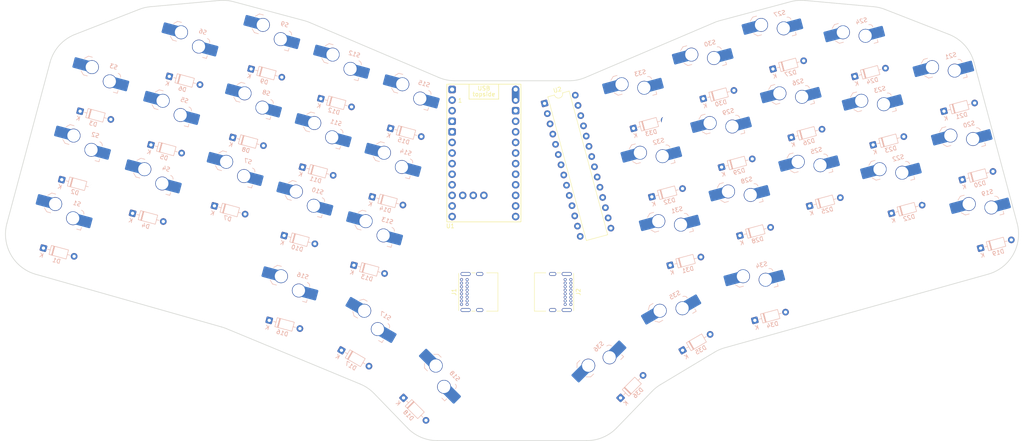
<source format=kicad_pcb>
(kicad_pcb (version 20241229) (generator "pcbnew") (generator_version "9.0")
  (title_block (title "tempest-pcb") (date "2025-10-08") (rev "1.1") (company "justinmklam"))
  (layers (0 "F.Cu" signal) (2 "B.Cu" signal) (13 "F.Paste" user) (15 "B.Paste" user) (5 "F.SilkS" user "F.Silkscreen") (7 "B.SilkS" user "B.Silkscreen") (1 "F.Mask" user) (3 "B.Mask" user) (25 "Edge.Cuts" user))
  (net 0 "")
  (net 1 "/row_top")
  (net 2 "Net-(D1-A)")
  (net 3 "Net-(D2-A)")
  (net 4 "Net-(D3-A)")
  (net 5 "Net-(D4-A)")
  (net 6 "Net-(D5-A)")
  (net 7 "Net-(D6-A)")
  (net 8 "/row_home")
  (net 9 "Net-(D7-A)")
  (net 10 "Net-(D8-A)")
  (net 11 "Net-(D9-A)")
  (net 12 "Net-(D10-A)")
  (net 13 "/row_bottom")
  (net 14 "Net-(D11-A)")
  (net 15 "Net-(D12-A)")
  (net 16 "Net-(D13-A)")
  (net 17 "Net-(D14-A)")
  (net 18 "Net-(D15-A)")
  (net 19 "/row_thumb")
  (net 20 "Net-(D16-A)")
  (net 21 "Net-(D17-A)")
  (net 22 "Net-(D18-A)")
  (net 23 "Net-(D19-A)")
  (net 24 "Net-(D19-K)")
  (net 25 "Net-(D20-A)")
  (net 26 "Net-(D20-K)")
  (net 27 "Net-(D21-A)")
  (net 28 "Net-(D21-K)")
  (net 29 "Net-(D22-A)")
  (net 30 "Net-(D23-A)")
  (net 31 "Net-(D24-A)")
  (net 32 "Net-(D25-A)")
  (net 33 "Net-(D26-A)")
  (net 34 "Net-(D27-A)")
  (net 35 "Net-(D28-K)")
  (net 36 "Net-(D28-A)")
  (net 37 "Net-(D29-A)")
  (net 38 "Net-(D30-A)")
  (net 39 "Net-(D31-A)")
  (net 40 "Net-(D32-A)")
  (net 41 "Net-(D33-A)")
  (net 42 "Net-(D34-A)")
  (net 43 "Net-(D35-A)")
  (net 44 "Net-(D36-A)")
  (net 48 "Net-(J1-GND-PadA1)")
  (net 49 "Net-(J1-VBUS-PadA4)")
  (net 56 "/col_pinky")
  (net 57 "/col_ring")
  (net 58 "/col_middle")
  (net 59 "/col_index")
  (net 60 "/col_inner")
  (net 61 "Net-(S19-Pad1)")
  (net 62 "Net-(S22-Pad1)")
  (net 63 "Net-(S25-Pad1)")
  (net 64 "Net-(S29-Pad1)")
  (net 65 "Net-(S33-Pad1)")
  (net 124 "Net-(J2-VBUS-PadA4)")
  (net 126 "Net-(J2-GND-PadA1)")
  (footprint "ceoloide:mounting_hole_npth" (layer "F.Cu") (at 181.74888 156.126018 -30)
    (property "Reference" "MH3" (hide yes))
    (property "Value" "")
    (pad "" np_thru_hole circle (at 0 0 330) (size 5 5) (drill 5) (layers "*.Cu" "*.Mask"))
  )
  (footprint "Connector_USB:USB_C_Receptacle_GCT_USB4085" (layer "F.Cu") (at 200.14 143.15 90)
    (property "Reference" "J1" (at 2.975 -1.8 90) (layer "F.SilkS"))
    (property "Value" "USB_C_Receptacle_USB2.0_16P")
    (pad "A1" thru_hole circle (at 0 0 90) (size 0.7 0.7) (drill 0.4) (layers "*.Cu" "*.Mask") (net 48 "Net-(J1-GND-PadA1)"))
    (pad "A4" thru_hole circle (at 0.85 0 90) (size 0.7 0.7) (drill 0.4) (layers "*.Cu" "*.Mask") (net 49 "Net-(J1-VBUS-PadA4)"))
    (pad "A5" thru_hole circle (at 1.7 0 90) (size 0.7 0.7) (drill 0.4) (layers "*.Cu" "*.Mask"))
    (pad "A6" thru_hole circle (at 2.55 0 90) (size 0.7 0.7) (drill 0.4) (layers "*.Cu" "*.Mask"))
    (pad "A7" thru_hole circle (at 3.4 0 90) (size 0.7 0.7) (drill 0.4) (layers "*.Cu" "*.Mask"))
    (pad "A8" thru_hole circle (at 4.25 0 90) (size 0.7 0.7) (drill 0.4) (layers "*.Cu" "*.Mask"))
    (pad "A9" thru_hole circle (at 5.1 0 90) (size 0.7 0.7) (drill 0.4) (layers "*.Cu" "*.Mask") (net 49 "Net-(J1-VBUS-PadA4)"))
    (pad "A12" thru_hole circle (at 5.95 0 90) (size 0.7 0.7) (drill 0.4) (layers "*.Cu" "*.Mask") (net 48 "Net-(J1-GND-PadA1)"))
    (pad "B1" thru_hole circle (at 5.95 1.35 90) (size 0.7 0.7) (drill 0.4) (layers "*.Cu" "*.Mask") (net 48 "Net-(J1-GND-PadA1)"))
    (pad "B4" thru_hole circle (at 5.1 1.35 90) (size 0.7 0.7) (drill 0.4) (layers "*.Cu" "*.Mask") (net 49 "Net-(J1-VBUS-PadA4)"))
    (pad "B5" thru_hole circle (at 4.25 1.35 90) (size 0.7 0.7) (drill 0.4) (layers "*.Cu" "*.Mask"))
    (pad "B6" thru_hole circle (at 3.4 1.35 90) (size 0.7 0.7) (drill 0.4) (layers "*.Cu" "*.Mask"))
    (pad "B7" thru_hole circle (at 2.55 1.35 90) (size 0.7 0.7) (drill 0.4) (layers "*.Cu" "*.Mask"))
    (pad "B8" thru_hole circle (at 1.7 1.35 90) (size 0.7 0.7) (drill 0.4) (layers "*.Cu" "*.Mask"))
    (pad "B9" thru_hole circle (at 0.85 1.35 90) (size 0.7 0.7) (drill 0.4) (layers "*.Cu" "*.Mask") (net 49 "Net-(J1-VBUS-PadA4)"))
    (pad "B12" thru_hole circle (at 0 1.35 90) (size 0.7 0.7) (drill 0.4) (layers "*.Cu" "*.Mask") (net 48 "Net-(J1-GND-PadA1)"))
    (pad "S1" thru_hole oval (at -1.35 0.98 90) (size 0.9 2.4) (drill oval 0.6 2.1) (layers "*.Cu" "*.Mask"))
    (pad "S1" thru_hole oval (at -1.35 4.36 90) (size 0.9 1.7) (drill oval 0.6 1.4) (layers "*.Cu" "*.Mask"))
    (pad "S1" thru_hole oval (at 7.3 0.98 90) (size 0.9 2.4) (drill oval 0.6 2.1) (layers "*.Cu" "*.Mask"))
    (pad "S1" thru_hole oval (at 7.3 4.36 90) (size 0.9 1.7) (drill oval 0.6 1.4) (layers "*.Cu" "*.Mask"))
  )
  (footprint "ceoloide:mounting_hole_npth" (layer "F.Cu") (at 311.659439 116.260506 15)
    (property "Reference" "MH10" (hide yes))
    (property "Value" "")
    (pad "" np_thru_hole circle (at 0 0 15) (size 5 5) (drill 5) (layers "*.Cu" "*.Mask"))
  )
  (footprint "ceoloide:mounting_hole_npth" (layer "F.Cu") (at 285.284818 86.989371 15)
    (property "Reference" "MH6" (hide yes))
    (property "Value" "")
    (pad "" np_thru_hole circle (at 0 0 15) (size 5 5) (drill 5) (layers "*.Cu" "*.Mask"))
  )
  (footprint "ceoloide:mounting_hole_npth" (layer "F.Cu") (at 112.855008 116.260506 -15)
    (property "Reference" "MH5" (hide yes))
    (property "Value" "")
    (pad "" np_thru_hole circle (at 0 0 345) (size 5 5) (drill 5) (layers "*.Cu" "*.Mask"))
  )
  (footprint "PCM_marbastlib-xp-promicroish:nice_nano_AH_USBup" (layer "F.Cu") (at 205.5 108.11)
    (property "Reference" "U1" (at -9.14 16.24 0) (layer "F.SilkS") (effects (justify left)))
    (property "Value" "nice_nano")
    (fp_text user "USB" (at 0 -16.2 0) (layer "F.SilkS") (effects (justify bottom)))
    (fp_text user "1" (at -5.715 -13.2825 0) (layer "F.SilkS") (effects (justify bottom)))
    (fp_text user "topside" (at 0 -14.8 0) (layer "F.SilkS") (effects (justify bottom)))
    (pad "1" thru_hole circle (at -7.62 -13.97) (size 1.8 1.8) (drill 1) (layers "*.Cu" "B.Mask"))
    (pad "2" thru_hole circle (at -7.62 -11.43) (size 1.8 1.8) (drill 1) (layers "*.Cu" "B.Mask"))
    (pad "3" thru_hole roundrect (at -7.62 -8.89) (size 1.8 1.8) (drill 1) (layers "*.Cu" "B.Mask"))
    (pad "4" thru_hole roundrect (at -7.62 -6.35) (size 1.8 1.8) (drill 1) (layers "*.Cu" "B.Mask"))
    (pad "5" thru_hole circle (at -7.62 -3.81) (size 1.8 1.8) (drill 1) (layers "*.Cu" "B.Mask"))
    (pad "6" thru_hole circle (at -7.62 -1.27) (size 1.8 1.8) (drill 1) (layers "*.Cu" "B.Mask"))
    (pad "7" thru_hole circle (at -7.62 1.27) (size 1.8 1.8) (drill 1) (layers "*.Cu" "B.Mask"))
    (pad "8" thru_hole circle (at -7.62 3.81) (size 1.8 1.8) (drill 1) (layers "*.Cu" "B.Mask"))
    (pad "9" thru_hole circle (at -7.62 6.35) (size 1.8 1.8) (drill 1) (layers "*.Cu" "B.Mask"))
    (pad "10" thru_hole circle (at -7.62 8.89) (size 1.8 1.8) (drill 1) (layers "*.Cu" "B.Mask"))
    (pad "11" thru_hole circle (at -7.62 11.43) (size 1.8 1.8) (drill 1) (layers "*.Cu" "B.Mask"))
    (pad "12" thru_hole circle (at -7.62 13.97) (size 1.8 1.8) (drill 1) (layers "*.Cu" "B.Mask"))
    (pad "13" thru_hole oval (at 7.62 -13.97) (size 1.8 4.34) (drill 1 (offset 0 -1.27)) (layers "*.Cu" "B.Mask"))
    (pad "14" thru_hole roundrect (at 7.62 -11.43) (size 1.8 1.8) (drill 1) (layers "*.Cu" "B.Mask"))
    (pad "15" thru_hole circle (at 7.62 -8.89) (size 1.8 1.8) (drill 1) (layers "*.Cu" "B.Mask"))
    (pad "16" thru_hole circle (at 7.62 -6.35) (size 1.8 1.8) (drill 1) (layers "*.Cu" "B.Mask"))
    (pad "17" thru_hole circle (at 7.62 -3.81) (size 1.8 1.8) (drill 1) (layers "*.Cu" "B.Mask"))
    (pad "18" thru_hole circle (at 7.62 -1.27) (size 1.8 1.8) (drill 1) (layers "*.Cu" "B.Mask"))
    (pad "19" thru_hole circle (at 7.62 1.27) (size 1.8 1.8) (drill 1) (layers "*.Cu" "B.Mask"))
    (pad "20" thru_hole circle (at 7.62 3.81) (size 1.8 1.8) (drill 1) (layers "*.Cu" "B.Mask"))
    (pad "21" thru_hole circle (at 7.62 6.35) (size 1.8 1.8) (drill 1) (layers "*.Cu" "B.Mask"))
    (pad "22" thru_hole circle (at 7.62 8.89) (size 1.8 1.8) (drill 1) (layers "*.Cu" "B.Mask"))
    (pad "23" thru_hole circle (at 7.62 11.43) (size 1.8 1.8) (drill 1) (layers "*.Cu" "B.Mask"))
    (pad "24" thru_hole circle (at 7.62 13.97) (size 1.8 1.8) (drill 1) (layers "*.Cu" "B.Mask"))
    (pad "25" thru_hole circle (at -5.08 8.89) (size 1.8 1.8) (drill 1) (layers "*.Cu" "B.Mask"))
    (pad "26" thru_hole circle (at -2.54 8.89) (size 1.8 1.8) (drill 1) (layers "*.Cu" "B.Mask"))
    (pad "27" thru_hole circle (at 0 8.89) (size 1.8 1.8) (drill 1) (layers "*.Cu" "B.Mask"))
    (pad "28" thru_hole roundrect (at -7.62 -16.51) (size 1.8 1.8) (drill 1) (layers "*.Cu" "B.Mask"))
    (pad "29" thru_hole circle (at 7.62 -16.51) (size 1.8 1.8) (drill 1) (layers "*.Cu" "B.Mask"))
  )
  (footprint "ceoloide:mounting_hole_npth" (layer "F.Cu") (at 242.765567 156.126018 30)
    (property "Reference" "MH8" (hide yes))
    (property "Value" "")
    (pad "" np_thru_hole circle (at 0 0 30) (size 5 5) (drill 5) (layers "*.Cu" "*.Mask"))
  )
  (footprint "ceoloide:mounting_hole_npth" (layer "F.Cu") (at 173.831753 99.418574 -15)
    (property "Reference" "MH2" (hide yes))
    (property "Value" "")
    (pad "" np_thru_hole circle (at 0 0 345) (size 5 5) (drill 5) (layers "*.Cu" "*.Mask"))
  )
  (footprint "ceoloide:mounting_hole_npth" (layer "F.Cu") (at 160.00649 133.087576 -15)
    (property "Reference" "MH4" (hide yes))
    (property "Value" "")
    (pad "" np_thru_hole circle (at 0 0 345) (size 5 5) (drill 5) (layers "*.Cu" "*.Mask"))
  )
  (footprint "ceoloide:mounting_hole_npth" (layer "F.Cu") (at 264.507957 133.087576 15)
    (property "Reference" "MH9" (hide yes))
    (property "Value" "")
    (pad "" np_thru_hole circle (at 0 0 15) (size 5 5) (drill 5) (layers "*.Cu" "*.Mask"))
  )
  (footprint "ceoloide:mounting_hole_npth" (layer "F.Cu") (at 250.682694 99.418574 15)
    (property "Reference" "MH7" (hide yes))
    (property "Value" "")
    (pad "" np_thru_hole circle (at 0 0 15) (size 5 5) (drill 5) (layers "*.Cu" "*.Mask"))
  )
  (footprint "Connector_USB:USB_C_Receptacle_GCT_USB4085" (layer "F.Cu") (at 226.36 137.2 -90)
    (property "Reference" "J2" (at 2.975 -1.8 90) (layer "F.SilkS"))
    (property "Value" "USB_C_Receptacle_USB2.0_16P")
    (pad "A1" thru_hole circle (at 0 0 270) (size 0.7 0.7) (drill 0.4) (layers "*.Cu" "*.Mask") (net 126 "Net-(J2-GND-PadA1)"))
    (pad "A4" thru_hole circle (at 0.85 0 270) (size 0.7 0.7) (drill 0.4) (layers "*.Cu" "*.Mask") (net 124 "Net-(J2-VBUS-PadA4)"))
    (pad "A5" thru_hole circle (at 1.7 0 270) (size 0.7 0.7) (drill 0.4) (layers "*.Cu" "*.Mask"))
    (pad "A6" thru_hole circle (at 2.55 0 270) (size 0.7 0.7) (drill 0.4) (layers "*.Cu" "*.Mask"))
    (pad "A7" thru_hole circle (at 3.4 0 270) (size 0.7 0.7) (drill 0.4) (layers "*.Cu" "*.Mask"))
    (pad "A8" thru_hole circle (at 4.25 0 270) (size 0.7 0.7) (drill 0.4) (layers "*.Cu" "*.Mask"))
    (pad "A9" thru_hole circle (at 5.1 0 270) (size 0.7 0.7) (drill 0.4) (layers "*.Cu" "*.Mask") (net 124 "Net-(J2-VBUS-PadA4)"))
    (pad "A12" thru_hole circle (at 5.95 0 270) (size 0.7 0.7) (drill 0.4) (layers "*.Cu" "*.Mask") (net 126 "Net-(J2-GND-PadA1)"))
    (pad "B1" thru_hole circle (at 5.95 1.35 270) (size 0.7 0.7) (drill 0.4) (layers "*.Cu" "*.Mask") (net 126 "Net-(J2-GND-PadA1)"))
    (pad "B4" thru_hole circle (at 5.1 1.35 270) (size 0.7 0.7) (drill 0.4) (layers "*.Cu" "*.Mask") (net 124 "Net-(J2-VBUS-PadA4)"))
    (pad "B5" thru_hole circle (at 4.25 1.35 270) (size 0.7 0.7) (drill 0.4) (layers "*.Cu" "*.Mask"))
    (pad "B6" thru_hole circle (at 3.4 1.35 270) (size 0.7 0.7) (drill 0.4) (layers "*.Cu" "*.Mask"))
    (pad "B7" thru_hole circle (at 2.55 1.35 270) (size 0.7 0.7) (drill 0.4) (layers "*.Cu" "*.Mask"))
    (pad "B8" thru_hole circle (at 1.7 1.35 270) (size 0.7 0.7) (drill 0.4) (layers "*.Cu" "*.Mask"))
    (pad "B9" thru_hole circle (at 0.85 1.35 270) (size 0.7 0.7) (drill 0.4) (layers "*.Cu" "*.Mask") (net 124 "Net-(J2-VBUS-PadA4)"))
    (pad "B12" thru_hole circle (at 0 1.35 270) (size 0.7 0.7) (drill 0.4) (layers "*.Cu" "*.Mask") (net 126 "Net-(J2-GND-PadA1)"))
    (pad "S1" thru_hole oval (at -1.35 0.98 270) (size 0.9 2.4) (drill oval 0.6 2.1) (layers "*.Cu" "*.Mask"))
    (pad "S1" thru_hole oval (at -1.35 4.36 270) (size 0.9 1.7) (drill oval 0.6 1.4) (layers "*.Cu" "*.Mask"))
    (pad "S1" thru_hole oval (at 7.3 0.98 270) (size 0.9 2.4) (drill oval 0.6 2.1) (layers "*.Cu" "*.Mask"))
    (pad "S1" thru_hole oval (at 7.3 4.36 270) (size 0.9 1.7) (drill oval 0.6 1.4) (layers "*.Cu" "*.Mask"))
  )
  (footprint "Package_DIP:DIP-28_W7.62mm" (layer "F.Cu") (at 220.065641 94.937685 15)
    (property "Reference" "U2" (at 3.81 -2.33 15) (layer "F.SilkS"))
    (property "Value" "MCP23017_SP")
    (pad "1" thru_hole roundrect (at 0 0 15) (size 1.6 1.6) (drill 0.8) (layers "*.Cu" "*.Mask") (roundrect_rratio 0.15625))
    (pad "2" thru_hole circle (at 0 2.54 15) (size 1.6 1.6) (drill 0.8) (layers "*.Cu" "*.Mask"))
    (pad "3" thru_hole circle (at 0 5.08 15) (size 1.6 1.6) (drill 0.8) (layers "*.Cu" "*.Mask"))
    (pad "4" thru_hole circle (at 0 7.62 15) (size 1.6 1.6) (drill 0.8) (layers "*.Cu" "*.Mask"))
    (pad "5" thru_hole circle (at 0 10.159999 15) (size 1.6 1.6) (drill 0.8) (layers "*.Cu" "*.Mask"))
    (pad "6" thru_hole circle (at 0 12.7 15) (size 1.6 1.6) (drill 0.8) (layers "*.Cu" "*.Mask"))
    (pad "7" thru_hole circle (at 0 15.24 15) (size 1.6 1.6) (drill 0.8) (layers "*.Cu" "*.Mask"))
    (pad "8" thru_hole circle (at 0 17.78 15) (size 1.6 1.6) (drill 0.8) (layers "*.Cu" "*.Mask"))
    (pad "9" thru_hole circle (at 0 20.32 15) (size 1.6 1.6) (drill 0.8) (layers "*.Cu" "*.Mask"))
    (pad "10" thru_hole circle (at 0 22.86 15) (size 1.6 1.6) (drill 0.8) (layers "*.Cu" "*.Mask"))
    (pad "11" thru_hole circle (at 0 25.4 15) (size 1.6 1.6) (drill 0.8) (layers "*.Cu" "*.Mask"))
    (pad "12" thru_hole circle (at 0 27.94 15) (size 1.6 1.6) (drill 0.8) (layers "*.Cu" "*.Mask"))
    (pad "13" thru_hole circle (at 0 30.48 15) (size 1.6 1.6) (drill 0.8) (layers "*.Cu" "*.Mask"))
    (pad "14" thru_hole circle (at 0 33.02 15) (size 1.6 1.6) (drill 0.8) (layers "*.Cu" "*.Mask"))
    (pad "15" thru_hole circle (at 7.62 33.02 15) (size 1.6 1.6) (drill 0.8) (layers "*.Cu" "*.Mask"))
    (pad "16" thru_hole circle (at 7.62 30.48 15) (size 1.6 1.6) (drill 0.8) (layers "*.Cu" "*.Mask"))
    (pad "17" thru_hole circle (at 7.62 27.94 15) (size 1.6 1.6) (drill 0.8) (layers "*.Cu" "*.Mask"))
    (pad "18" thru_hole circle (at 7.62 25.4 15) (size 1.6 1.6) (drill 0.8) (layers "*.Cu" "*.Mask"))
    (pad "19" thru_hole circle (at 7.62 22.86 15) (size 1.6 1.6) (drill 0.8) (layers "*.Cu" "*.Mask"))
    (pad "20" thru_hole circle (at 7.62 20.32 15) (size 1.6 1.6) (drill 0.8) (layers "*.Cu" "*.Mask"))
    (pad "21" thru_hole circle (at 7.62 17.78 15) (size 1.6 1.6) (drill 0.8) (layers "*.Cu" "*.Mask"))
    (pad "22" thru_hole circle (at 7.62 15.24 15) (size 1.6 1.6) (drill 0.8) (layers "*.Cu" "*.Mask"))
    (pad "23" thru_hole circle (at 7.62 12.7 15) (size 1.6 1.6) (drill 0.8) (layers "*.Cu" "*.Mask"))
    (pad "24" thru_hole circle (at 7.62 10.16 15) (size 1.6 1.6) (drill 0.8) (layers "*.Cu" "*.Mask"))
    (pad "25" thru_hole circle (at 7.62 7.62 15) (size 1.6 1.6) (drill 0.8) (layers "*.Cu" "*.Mask"))
    (pad "26" thru_hole circle (at 7.62 5.08 15) (size 1.6 1.6) (drill 0.8) (layers "*.Cu" "*.Mask"))
    (pad "27" thru_hole circle (at 7.62 2.539999 15) (size 1.6 1.6) (drill 0.8) (layers "*.Cu" "*.Mask"))
    (pad "28" thru_hole circle (at 7.62 0 15) (size 1.6 1.6) (drill 0.8) (layers "*.Cu" "*.Mask"))
  )
  (footprint "ceoloide:mounting_hole_npth" (layer "F.Cu") (at 139.229629 86.989371 -15)
    (property "Reference" "MH1" (hide yes))
    (property "Value" "")
    (pad "" np_thru_hole circle (at 0 0 345) (size 5 5) (drill 5) (layers "*.Cu" "*.Mask"))
  )
  (footprint "PCM_marbastlib-choc:SW_choc_v1_HS_CPG135001S30_1u" (layer "B.Cu") (at 269.21342 142.148455 15)
    (property "Reference" "S34" (at 5 -7.4 195) (layer "B.SilkS") (effects (justify mirror)))
    (property "Value" "choc_v1_SW_HS")
    (pad "" np_thru_hole circle (at -5.5 0 195) (size 1.7 1.7) (drill 1.7) (layers "*.Cu" "*.Mask"))
    (pad "" np_thru_hole circle (at 0 0 195) (size 3.4 3.4) (drill 3.4) (layers "*.Cu" "*.Mask"))
    (pad "" np_thru_hole circle (at 5.5 0 195) (size 1.7 1.7) (drill 1.7) (layers "*.Cu" "*.Mask"))
    (pad "1" thru_hole circle (at 5 -3.75 15) (size 3.3 3.3) (drill 3) (property pad_prop_mechanical) (layers "*.Cu" "B.Mask") (net 65 "Net-(S33-Pad1)"))
    (pad "1" smd rect (at 6.55 -3.75 15) (size 1.2 2.6) (layers "B.Cu") (net 65 "Net-(S33-Pad1)"))
    (pad "1" smd roundrect (at 8.245 -3.75 15) (size 2.65 2.6) (layers "B.Cu" "B.Mask" "B.Paste") (roundrect_rratio 0.1) (net 65 "Net-(S33-Pad1)"))
    (pad "2" smd roundrect (at -3.245 -5.95 15) (size 2.65 2.6) (layers "B.Cu" "B.Mask" "B.Paste") (roundrect_rratio 0.1) (net 42 "Net-(D34-A)"))
    (pad "2" smd rect (at -1.55 -5.95 195) (size 1.2 2.6) (layers "B.Cu") (net 42 "Net-(D34-A)"))
    (pad "2" thru_hole circle (at 0 -5.95 15) (size 3.3 3.3) (drill 3) (property pad_prop_mechanical) (layers "*.Cu" "B.Mask") (net 42 "Net-(D34-A)"))
  )
  (footprint "PCM_marbastlib-choc:SW_choc_v1_HS_CPG135001S30_1u" (layer "B.Cu") (at 155.301027 142.148455 -15)
    (property "Reference" "S16" (at 5 -7.4 165) (layer "B.SilkS") (effects (justify mirror)))
    (property "Value" "choc_v1_SW_HS")
    (pad "" np_thru_hole circle (at -5.5 0 165) (size 1.7 1.7) (drill 1.7) (layers "*.Cu" "*.Mask"))
    (pad "" np_thru_hole circle (at 0 0 165) (size 3.4 3.4) (drill 3.4) (layers "*.Cu" "*.Mask"))
    (pad "" np_thru_hole circle (at 5.5 0 165) (size 1.7 1.7) (drill 1.7) (layers "*.Cu" "*.Mask"))
    (pad "1" thru_hole circle (at 5 -3.75 345) (size 3.3 3.3) (drill 3) (property pad_prop_mechanical) (layers "*.Cu" "B.Mask") (net 58 "/col_middle"))
    (pad "1" smd rect (at 6.55 -3.75 345) (size 1.2 2.6) (layers "B.Cu") (net 58 "/col_middle"))
    (pad "1" smd roundrect (at 8.245 -3.75 345) (size 2.65 2.6) (layers "B.Cu" "B.Mask" "B.Paste") (roundrect_rratio 0.1) (net 58 "/col_middle"))
    (pad "2" smd roundrect (at -3.245 -5.95 345) (size 2.65 2.6) (layers "B.Cu" "B.Mask" "B.Paste") (roundrect_rratio 0.1) (net 20 "Net-(D16-A)"))
    (pad "2" smd rect (at -1.55 -5.95 165) (size 1.2 2.6) (layers "B.Cu") (net 20 "Net-(D16-A)"))
    (pad "2" thru_hole circle (at 0 -5.95 345) (size 3.3 3.3) (drill 3) (property pad_prop_mechanical) (layers "*.Cu" "B.Mask") (net 20 "Net-(D16-A)"))
  )
  (footprint "Diode_THT:D_DO-35_SOD27_P7.62mm_Horizontal" (layer "B.Cu") (at 121.235899 121.301405 -15)
    (property "Reference" "D4" (at 3.81 2.12 165) (layer "B.SilkS") (effects (justify mirror)))
    (property "Value" "1N4148")
    (fp_text user "K" (at 0 1.799999 165) (layer "B.SilkS") (effects (justify mirror)))
    (pad "1" thru_hole roundrect (at 0 0 345) (size 1.6 1.6) (drill 0.8) (layers "*.Cu" "*.Mask") (roundrect_rratio 0.15625) (net 1 "/row_top"))
    (pad "2" thru_hole circle (at 7.62 0 345) (size 1.6 1.6) (drill 0.8) (layers "*.Cu" "*.Mask") (net 5 "Net-(D4-A)"))
  )
  (footprint "Diode_THT:D_DO-35_SOD27_P7.62mm_Horizontal" (layer "B.Cu") (at 298.878624 104.880666 15)
    (property "Reference" "D23" (at 3.81 2.12 195) (layer "B.SilkS") (effects (justify mirror)))
    (property "Value" "1N4148")
    (fp_text user "K" (at 0 1.799999 195) (layer "B.SilkS") (effects (justify mirror)))
    (pad "1" thru_hole roundrect (at 0 0 15) (size 1.6 1.6) (drill 0.8) (layers "*.Cu" "*.Mask") (roundrect_rratio 0.15625) (net 26 "Net-(D20-K)"))
    (pad "2" thru_hole circle (at 7.62 0 15) (size 1.6 1.6) (drill 0.8) (layers "*.Cu" "*.Mask") (net 30 "Net-(D23-A)"))
  )
  (footprint "PCM_marbastlib-choc:SW_choc_v1_HS_CPG135001S30_1u" (layer "B.Cu") (at 318.974095 108.399476 15)
    (property "Reference" "S20" (at 5 -7.4 195) (layer "B.SilkS") (effects (justify mirror)))
    (property "Value" "choc_v1_SW_HS")
    (pad "" np_thru_hole circle (at -5.5 0 195) (size 1.7 1.7) (drill 1.7) (layers "*.Cu" "*.Mask"))
    (pad "" np_thru_hole circle (at 0 0 195) (size 3.4 3.4) (drill 3.4) (layers "*.Cu" "*.Mask"))
    (pad "" np_thru_hole circle (at 5.5 0 195) (size 1.7 1.7) (drill 1.7) (layers "*.Cu" "*.Mask"))
    (pad "1" thru_hole circle (at 5 -3.75 15) (size 3.3 3.3) (drill 3) (property pad_prop_mechanical) (layers "*.Cu" "B.Mask") (net 61 "Net-(S19-Pad1)"))
    (pad "1" smd rect (at 6.55 -3.75 15) (size 1.2 2.6) (layers "B.Cu") (net 61 "Net-(S19-Pad1)"))
    (pad "1" smd roundrect (at 8.245 -3.75 15) (size 2.65 2.6) (layers "B.Cu" "B.Mask" "B.Paste") (roundrect_rratio 0.1) (net 61 "Net-(S19-Pad1)"))
    (pad "2" smd roundrect (at -3.245 -5.95 15) (size 2.65 2.6) (layers "B.Cu" "B.Mask" "B.Paste") (roundrect_rratio 0.1) (net 25 "Net-(D20-A)"))
    (pad "2" smd rect (at -1.55 -5.95 195) (size 1.2 2.6) (layers "B.Cu") (net 25 "Net-(D20-A)"))
    (pad "2" thru_hole circle (at 0 -5.95 15) (size 3.3 3.3) (drill 3) (property pad_prop_mechanical) (layers "*.Cu" "B.Mask") (net 25 "Net-(D20-A)"))
  )
  (footprint "Diode_THT:D_DO-35_SOD27_P7.62mm_Horizontal" (layer "B.Cu") (at 294.4787 88.459927 15)
    (property "Reference" "D24" (at 3.81 2.12 195) (layer "B.SilkS") (effects (justify mirror)))
    (property "Value" "1N4148")
    (fp_text user "K" (at 0 1.799999 195) (layer "B.SilkS") (effects (justify mirror)))
    (pad "1" thru_hole roundrect (at 0 0 15) (size 1.6 1.6) (drill 0.8) (layers "*.Cu" "*.Mask") (roundrect_rratio 0.15625) (net 28 "Net-(D21-K)"))
    (pad "2" thru_hole circle (at 7.62 0 15) (size 1.6 1.6) (drill 0.8) (layers "*.Cu" "*.Mask") (net 31 "Net-(D24-A)"))
  )
  (footprint "PCM_marbastlib-choc:SW_choc_v1_HS_CPG135001S30_1u" (layer "B.Cu") (at 175.612945 128.93534 -15)
    (property "Reference" "S13" (at 5 -7.4 165) (layer "B.SilkS") (effects (justify mirror)))
    (property "Value" "choc_v1_SW_HS")
    (pad "" np_thru_hole circle (at -5.5 0 165) (size 1.7 1.7) (drill 1.7) (layers "*.Cu" "*.Mask"))
    (pad "" np_thru_hole circle (at 0 0 165) (size 3.4 3.4) (drill 3.4) (layers "*.Cu" "*.Mask"))
    (pad "" np_thru_hole circle (at 5.5 0 165) (size 1.7 1.7) (drill 1.7) (layers "*.Cu" "*.Mask"))
    (pad "1" thru_hole circle (at 5 -3.75 345) (size 3.3 3.3) (drill 3) (property pad_prop_mechanical) (layers "*.Cu" "B.Mask") (net 58 "/col_middle"))
    (pad "1" smd rect (at 6.55 -3.75 345) (size 1.2 2.6) (layers "B.Cu") (net 58 "/col_middle"))
    (pad "1" smd roundrect (at 8.245 -3.75 345) (size 2.65 2.6) (layers "B.Cu" "B.Mask" "B.Paste") (roundrect_rratio 0.1) (net 58 "/col_middle"))
    (pad "2" smd roundrect (at -3.245 -5.95 345) (size 2.65 2.6) (layers "B.Cu" "B.Mask" "B.Paste") (roundrect_rratio 0.1) (net 16 "Net-(D13-A)"))
    (pad "2" smd rect (at -1.55 -5.95 165) (size 1.2 2.6) (layers "B.Cu") (net 16 "Net-(D13-A)"))
    (pad "2" thru_hole circle (at 0 -5.95 345) (size 3.3 3.3) (drill 3) (property pad_prop_mechanical) (layers "*.Cu" "B.Mask") (net 16 "Net-(D13-A)"))
  )
  (footprint "PCM_marbastlib-choc:SW_choc_v1_HS_CPG135001S30_1u" (layer "B.Cu") (at 131.329842 83.630298 -15)
    (property "Reference" "S6" (at 5 -7.4 165) (layer "B.SilkS") (effects (justify mirror)))
    (property "Value" "choc_v1_SW_HS")
    (pad "" np_thru_hole circle (at -5.5 0 165) (size 1.7 1.7) (drill 1.7) (layers "*.Cu" "*.Mask"))
    (pad "" np_thru_hole circle (at 0 0 165) (size 3.4 3.4) (drill 3.4) (layers "*.Cu" "*.Mask"))
    (pad "" np_thru_hole circle (at 5.5 0 165) (size 1.7 1.7) (drill 1.7) (layers "*.Cu" "*.Mask"))
    (pad "1" thru_hole circle (at 5 -3.75 345) (size 3.3 3.3) (drill 3) (property pad_prop_mechanical) (layers "*.Cu" "B.Mask") (net 56 "/col_pinky"))
    (pad "1" smd rect (at 6.55 -3.75 345) (size 1.2 2.6) (layers "B.Cu") (net 56 "/col_pinky"))
    (pad "1" smd roundrect (at 8.245 -3.75 345) (size 2.65 2.6) (layers "B.Cu" "B.Mask" "B.Paste") (roundrect_rratio 0.1) (net 56 "/col_pinky"))
    (pad "2" smd roundrect (at -3.245 -5.95 345) (size 2.65 2.6) (layers "B.Cu" "B.Mask" "B.Paste") (roundrect_rratio 0.1) (net 7 "Net-(D6-A)"))
    (pad "2" smd rect (at -1.55 -5.95 165) (size 1.2 2.6) (layers "B.Cu") (net 7 "Net-(D6-A)"))
    (pad "2" thru_hole circle (at 0 -5.95 345) (size 3.3 3.3) (drill 3) (property pad_prop_mechanical) (layers "*.Cu" "B.Mask") (net 7 "Net-(D6-A)"))
  )
  (footprint "PCM_marbastlib-choc:SW_choc_v1_HS_CPG135001S30_1u" (layer "B.Cu") (at 122.529995 116.471776 -15)
    (property "Reference" "S4" (at 5 -7.4 165) (layer "B.SilkS") (effects (justify mirror)))
    (property "Value" "choc_v1_SW_HS")
    (pad "" np_thru_hole circle (at -5.5 0 165) (size 1.7 1.7) (drill 1.7) (layers "*.Cu" "*.Mask"))
    (pad "" np_thru_hole circle (at 0 0 165) (size 3.4 3.4) (drill 3.4) (layers "*.Cu" "*.Mask"))
    (pad "" np_thru_hole circle (at 5.5 0 165) (size 1.7 1.7) (drill 1.7) (layers "*.Cu" "*.Mask"))
    (pad "1" thru_hole circle (at 5 -3.75 345) (size 3.3 3.3) (drill 3) (property pad_prop_mechanical) (layers "*.Cu" "B.Mask") (net 59 "/col_index"))
    (pad "1" smd rect (at 6.55 -3.75 345) (size 1.2 2.6) (layers "B.Cu") (net 59 "/col_index"))
    (pad "1" smd roundrect (at 8.245 -3.75 345) (size 2.65 2.6) (layers "B.Cu" "B.Mask" "B.Paste") (roundrect_rratio 0.1) (net 59 "/col_index"))
    (pad "2" smd roundrect (at -3.245 -5.95 345) (size 2.65 2.6) (layers "B.Cu" "B.Mask" "B.Paste") (roundrect_rratio 0.1) (net 5 "Net-(D4-A)"))
    (pad "2" smd rect (at -1.55 -5.95 165) (size 1.2 2.6) (layers "B.Cu") (net 5 "Net-(D4-A)"))
    (pad "2" thru_hole circle (at 0 -5.95 345) (size 3.3 3.3) (drill 3) (property pad_prop_mechanical) (layers "*.Cu" "B.Mask") (net 5 "Net-(D4-A)"))
  )
  (footprint "Diode_THT:D_DO-35_SOD27_P7.62mm_Horizontal" (layer "B.Cu") (at 238.292757 165.577283 45)
    (property "Reference" "D36" (at 3.81 2.12 225) (layer "B.SilkS") (effects (justify mirror)))
    (property "Value" "1N4148")
    (fp_text user "K" (at 0 1.8 225) (layer "B.SilkS") (effects (justify mirror)))
    (pad "1" thru_hole roundrect (at 0 0 45) (size 1.6 1.6) (drill 0.8) (layers "*.Cu" "*.Mask") (roundrect_rratio 0.15625) (net 35 "Net-(D28-K)"))
    (pad "2" thru_hole circle (at 7.62 0 45) (size 1.6 1.6) (drill 0.8) (layers "*.Cu" "*.Mask") (net 44 "Net-(D36-A)"))
  )
  (footprint "Diode_THT:D_DO-35_SOD27_P7.62mm_Horizontal" (layer "B.Cu") (at 178.718773 117.34423 -15)
    (property "Reference" "D14" (at 3.81 2.12 165) (layer "B.SilkS") (effects (justify mirror)))
    (property "Value" "1N4148")
    (fp_text user "K" (at 0 1.799999 165) (layer "B.SilkS") (effects (justify mirror)))
    (pad "1" thru_hole roundrect (at 0 0 345) (size 1.6 1.6) (drill 0.8) (layers "*.Cu" "*.Mask") (roundrect_rratio 0.15625) (net 13 "/row_bottom"))
    (pad "2" thru_hole circle (at 7.62 0 345) (size 1.6 1.6) (drill 0.8) (layers "*.Cu" "*.Mask") (net 17 "Net-(D14-A)"))
  )
  (footprint "PCM_marbastlib-choc:SW_choc_v1_HS_CPG135001S30_1u" (layer "B.Cu") (at 173.838626 149.82698 -30)
    (property "Reference" "S17" (at 5 -7.4 150) (layer "B.SilkS") (effects (justify mirror)))
    (property "Value" "choc_v1_SW_HS")
    (pad "" np_thru_hole circle (at -5.5 0 150) (size 1.7 1.7) (drill 1.7) (layers "*.Cu" "*.Mask"))
    (pad "" np_thru_hole circle (at 0 0 150) (size 3.4 3.4) (drill 3.4) (layers "*.Cu" "*.Mask"))
    (pad "" np_thru_hole circle (at 5.5 0 150) (size 1.7 1.7) (drill 1.7) (layers "*.Cu" "*.Mask"))
    (pad "1" thru_hole circle (at 5 -3.75 330) (size 3.3 3.3) (drill 3) (property pad_prop_mechanical) (layers "*.Cu" "B.Mask") (net 59 "/col_index"))
    (pad "1" smd rect (at 6.55 -3.75 330) (size 1.2 2.6) (layers "B.Cu") (net 59 "/col_index"))
    (pad "1" smd roundrect (at 8.245 -3.75 330) (size 2.65 2.6) (layers "B.Cu" "B.Mask" "B.Paste") (roundrect_rratio 0.1) (net 59 "/col_index"))
    (pad "2" smd roundrect (at -3.245 -5.95 330) (size 2.65 2.6) (layers "B.Cu" "B.Mask" "B.Paste") (roundrect_rratio 0.1) (net 21 "Net-(D17-A)"))
    (pad "2" smd rect (at -1.55 -5.95 150) (size 1.2 2.6) (layers "B.Cu") (net 21 "Net-(D17-A)"))
    (pad "2" thru_hole circle (at 0 -5.95 330) (size 3.3 3.3) (drill 3) (property pad_prop_mechanical) (layers "*.Cu" "B.Mask") (net 21 "Net-(D17-A)"))
  )
  (footprint "Diode_THT:D_DO-35_SOD27_P7.62mm_Horizontal" (layer "B.Cu") (at 108.64618 96.808366 -15)
    (property "Reference" "D3" (at 3.81 2.12 165) (layer "B.SilkS") (effects (justify mirror)))
    (property "Value" "1N4148")
    (fp_text user "K" (at 0 1.799999 165) (layer "B.SilkS") (effects (justify mirror)))
    (pad "1" thru_hole roundrect (at 0 0 345) (size 1.6 1.6) (drill 0.8) (layers "*.Cu" "*.Mask") (roundrect_rratio 0.15625) (net 1 "/row_top"))
    (pad "2" thru_hole circle (at 7.62 0 345) (size 1.6 1.6) (drill 0.8) (layers "*.Cu" "*.Mask") (net 4 "Net-(D3-A)"))
  )
  (footprint "Diode_THT:D_DO-35_SOD27_P7.62mm_Horizontal" (layer "B.Cu") (at 99.846333 129.649844 -15)
    (property "Reference" "D1" (at 3.81 2.12 165) (layer "B.SilkS") (effects (justify mirror)))
    (property "Value" "1N4148")
    (fp_text user "K" (at 0 1.799999 165) (layer "B.SilkS") (effects (justify mirror)))
    (pad "1" thru_hole roundrect (at 0 0 345) (size 1.6 1.6) (drill 0.8) (layers "*.Cu" "*.Mask") (roundrect_rratio 0.15625) (net 1 "/row_top"))
    (pad "2" thru_hole circle (at 7.62 0 345) (size 1.6 1.6) (drill 0.8) (layers "*.Cu" "*.Mask") (net 2 "Net-(D1-A)"))
  )
  (footprint "PCM_marbastlib-choc:SW_choc_v1_HS_CPG135001S30_1u" (layer "B.Cu") (at 248.901502 128.93534 15)
    (property "Reference" "S31" (at 5 -7.4 195) (layer "B.SilkS") (effects (justify mirror)))
    (property "Value" "choc_v1_SW_HS")
    (pad "" np_thru_hole circle (at -5.5 0 195) (size 1.7 1.7) (drill 1.7) (layers "*.Cu" "*.Mask"))
    (pad "" np_thru_hole circle (at 0 0 195) (size 3.4 3.4) (drill 3.4) (layers "*.Cu" "*.Mask"))
    (pad "" np_thru_hole circle (at 5.5 0 195) (size 1.7 1.7) (drill 1.7) (layers "*.Cu" "*.Mask"))
    (pad "1" thru_hole circle (at 5 -3.75 15) (size 3.3 3.3) (drill 3) (property pad_prop_mechanical) (layers "*.Cu" "B.Mask") (net 64 "Net-(S29-Pad1)"))
    (pad "1" smd rect (at 6.55 -3.75 15) (size 1.2 2.6) (layers "B.Cu") (net 64 "Net-(S29-Pad1)"))
    (pad "1" smd roundrect (at 8.245 -3.75 15) (size 2.65 2.6) (layers "B.Cu" "B.Mask" "B.Paste") (roundrect_rratio 0.1) (net 64 "Net-(S29-Pad1)"))
    (pad "2" smd roundrect (at -3.245 -5.95 15) (size 2.65 2.6) (layers "B.Cu" "B.Mask" "B.Paste") (roundrect_rratio 0.1) (net 39 "Net-(D31-A)"))
    (pad "2" smd rect (at -1.55 -5.95 195) (size 1.2 2.6) (layers "B.Cu") (net 39 "Net-(D31-A)"))
    (pad "2" thru_hole circle (at 0 -5.95 15) (size 3.3 3.3) (drill 3) (property pad_prop_mechanical) (layers "*.Cu" "B.Mask") (net 39 "Net-(D31-A)"))
  )
  (footprint "Diode_THT:D_DO-35_SOD27_P7.62mm_Horizontal" (layer "B.Cu") (at 262.52235 110.222376 15)
    (property "Reference" "D29" (at 3.81 2.12 195) (layer "B.SilkS") (effects (justify mirror)))
    (property "Value" "1N4148")
    (fp_text user "K" (at 0 1.799999 195) (layer "B.SilkS") (effects (justify mirror)))
    (pad "1" thru_hole roundrect (at 0 0 15) (size 1.6 1.6) (drill 0.8) (layers "*.Cu" "*.Mask") (roundrect_rratio 0.15625) (net 24 "Net-(D19-K)"))
    (pad "2" thru_hole circle (at 7.62 0 15) (size 1.6 1.6) (drill 0.8) (layers "*.Cu" "*.Mask") (net 37 "Net-(D29-A)"))
  )
  (footprint "PCM_marbastlib-choc:SW_choc_v1_HS_CPG135001S30_1u" (layer "B.Cu") (at 180.012868 112.514601 -15)
    (property "Reference" "S14" (at 5 -7.4 165) (layer "B.SilkS") (effects (justify mirror)))
    (property "Value" "choc_v1_SW_HS")
    (pad "" np_thru_hole circle (at -5.5 0 165) (size 1.7 1.7) (drill 1.7) (layers "*.Cu" "*.Mask"))
    (pad "" np_thru_hole circle (at 0 0 165) (size 3.4 3.4) (drill 3.4) (layers "*.Cu" "*.Mask"))
    (pad "" np_thru_hole circle (at 5.5 0 165) (size 1.7 1.7) (drill 1.7) (layers "*.Cu" "*.Mask"))
    (pad "1" thru_hole circle (at 5 -3.75 345) (size 3.3 3.3) (drill 3) (property pad_prop_mechanical) (layers "*.Cu" "B.Mask") (net 59 "/col_index"))
    (pad "1" smd rect (at 6.55 -3.75 345) (size 1.2 2.6) (layers "B.Cu") (net 59 "/col_index"))
    (pad "1" smd roundrect (at 8.245 -3.75 345) (size 2.65 2.6) (layers "B.Cu" "B.Mask" "B.Paste") (roundrect_rratio 0.1) (net 59 "/col_index"))
    (pad "2" smd roundrect (at -3.245 -5.95 345) (size 2.65 2.6) (layers "B.Cu" "B.Mask" "B.Paste") (roundrect_rratio 0.1) (net 17 "Net-(D14-A)"))
    (pad "2" smd rect (at -1.55 -5.95 165) (size 1.2 2.6) (layers "B.Cu") (net 17 "Net-(D14-A)"))
    (pad "2" thru_hole circle (at 0 -5.95 345) (size 3.3 3.3) (drill 3) (property pad_prop_mechanical) (layers "*.Cu" "B.Mask") (net 17 "Net-(D14-A)"))
  )
  (footprint "PCM_marbastlib-choc:SW_choc_v1_HS_CPG135001S30_1u" (layer "B.Cu") (at 240.101655 96.093862 15)
    (property "Reference" "S33" (at 5 -7.4 195) (layer "B.SilkS") (effects (justify mirror)))
    (property "Value" "choc_v1_SW_HS")
    (pad "" np_thru_hole circle (at -5.5 0 195) (size 1.7 1.7) (drill 1.7) (layers "*.Cu" "*.Mask"))
    (pad "" np_thru_hole circle (at 0 0 195) (size 3.4 3.4) (drill 3.4) (layers "*.Cu" "*.Mask"))
    (pad "" np_thru_hole circle (at 5.5 0 195) (size 1.7 1.7) (drill 1.7) (layers "*.Cu" "*.Mask"))
    (pad "1" thru_hole circle (at 5 -3.75 15) (size 3.3 3.3) (drill 3) (property pad_prop_mechanical) (layers "*.Cu" "B.Mask") (net 65 "Net-(S33-Pad1)"))
    (pad "1" smd rect (at 6.55 -3.75 15) (size 1.2 2.6) (layers "B.Cu") (net 65 "Net-(S33-Pad1)"))
    (pad "1" smd roundrect (at 8.245 -3.75 15) (size 2.65 2.6) (layers "B.Cu" "B.Mask" "B.Paste") (roundrect_rratio 0.1) (net 65 "Net-(S33-Pad1)"))
    (pad "2" smd roundrect (at -3.245 -5.95 15) (size 2.65 2.6) (layers "B.Cu" "B.Mask" "B.Paste") (roundrect_rratio 0.1) (net 41 "Net-(D33-A)"))
    (pad "2" smd rect (at -1.55 -5.95 195) (size 1.2 2.6) (layers "B.Cu") (net 41 "Net-(D33-A)"))
    (pad "2" thru_hole circle (at 0 -5.95 15) (size 3.3 3.3) (drill 3) (property pad_prop_mechanical) (layers "*.Cu" "B.Mask") (net 41 "Net-(D33-A)"))
  )
  (footprint "PCM_marbastlib-choc:SW_choc_v1_HS_CPG135001S30_1u" (layer "B.Cu") (at 261.228255 105.392747 15)
    (property "Reference" "S29" (at 5 -7.4 195) (layer "B.SilkS") (effects (justify mirror)))
    (property "Value" "choc_v1_SW_HS")
    (pad "" np_thru_hole circle (at -5.5 0 195) (size 1.7 1.7) (drill 1.7) (layers "*.Cu" "*.Mask"))
    (pad "" np_thru_hole circle (at 0 0 195) (size 3.4 3.4) (drill 3.4) (layers "*.Cu" "*.Mask"))
    (pad "" np_thru_hole circle (at 5.5 0 195) (size 1.7 1.7) (drill 1.7) (layers "*.Cu" "*.Mask"))
    (pad "1" thru_hole circle (at 5 -3.75 15) (size 3.3 3.3) (drill 3) (property pad_prop_mechanical) (layers "*.Cu" "B.Mask") (net 64 "Net-(S29-Pad1)"))
    (pad "1" smd rect (at 6.55 -3.75 15) (size 1.2 2.6) (layers "B.Cu") (net 64 "Net-(S29-Pad1)"))
    (pad "1" smd roundrect (at 8.245 -3.75 15) (size 2.65 2.6) (layers "B.Cu" "B.Mask" "B.Paste") (roundrect_rratio 0.1) (net 64 "Net-(S29-Pad1)"))
    (pad "2" smd roundrect (at -3.245 -5.95 15) (size 2.65 2.6) (layers "B.Cu" "B.Mask" "B.Paste") (roundrect_rratio 0.1) (net 37 "Net-(D29-A)"))
    (pad "2" smd rect (at -1.55 -5.95 195) (size 1.2 2.6) (layers "B.Cu") (net 37 "Net-(D29-A)"))
    (pad "2" thru_hole circle (at 0 -5.95 15) (size 3.3 3.3) (drill 3) (property pad_prop_mechanical) (layers "*.Cu" "B.Mask") (net 37 "Net-(D29-A)"))
  )
  (footprint "Diode_THT:D_DO-35_SOD27_P7.62mm_Horizontal" (layer "B.Cu") (at 274.849103 86.679783 15)
    (property "Reference" "D27" (at 3.81 2.12 195) (layer "B.SilkS") (effects (justify mirror)))
    (property "Value" "1N4148")
    (fp_text user "K" (at 0 1.799999 195) (layer "B.SilkS") (effects (justify mirror)))
    (pad "1" thru_hole roundrect (at 0 0 15) (size 1.6 1.6) (drill 0.8) (layers "*.Cu" "*.Mask") (roundrect_rratio 0.15625) (net 28 "Net-(D21-K)"))
    (pad "2" thru_hole circle (at 7.62 0 15) (size 1.6 1.6) (drill 0.8) (layers "*.Cu" "*.Mask") (net 34 "Net-(D27-A)"))
  )
  (footprint "Diode_THT:D_DO-35_SOD27_P7.62mm_Horizontal" (layer "B.Cu") (at 245.795674 117.34423 15)
    (property "Reference" "D32" (at 3.81 2.12 195) (layer "B.SilkS") (effects (justify mirror)))
    (property "Value" "1N4148")
    (fp_text user "K" (at 0 1.799999 195) (layer "B.SilkS") (effects (justify mirror)))
    (pad "1" thru_hole roundrect (at 0 0 15) (size 1.6 1.6) (drill 0.8) (layers "*.Cu" "*.Mask") (roundrect_rratio 0.15625) (net 35 "Net-(D28-K)"))
    (pad "2" thru_hole circle (at 7.62 0 15) (size 1.6 1.6) (drill 0.8) (layers "*.Cu" "*.Mask") (net 40 "Net-(D32-A)"))
  )
  (footprint "Diode_THT:D_DO-35_SOD27_P7.62mm_Horizontal" (layer "B.Cu") (at 174.318849 133.764969 -15)
    (property "Reference" "D13" (at 3.81 2.12 165) (layer "B.SilkS") (effects (justify mirror)))
    (property "Value" "1N4148")
    (fp_text user "K" (at 0 1.799999 165) (layer "B.SilkS") (effects (justify mirror)))
    (pad "1" thru_hole roundrect (at 0 0 345) (size 1.6 1.6) (drill 0.8) (layers "*.Cu" "*.Mask") (roundrect_rratio 0.15625) (net 13 "/row_bottom"))
    (pad "2" thru_hole circle (at 7.62 0 345) (size 1.6 1.6) (drill 0.8) (layers "*.Cu" "*.Mask") (net 16 "Net-(D13-A)"))
  )
  (footprint "PCM_marbastlib-choc:SW_choc_v1_HS_CPG135001S30_1u" (layer "B.Cu") (at 256.828331 88.972008 15)
    (property "Reference" "S30" (at 5 -7.4 195) (layer "B.SilkS") (effects (justify mirror)))
    (property "Value" "choc_v1_SW_HS")
    (pad "" np_thru_hole circle (at -5.5 0 195) (size 1.7 1.7) (drill 1.7) (layers "*.Cu" "*.Mask"))
    (pad "" np_thru_hole circle (at 0 0 195) (size 3.4 3.4) (drill 3.4) (layers "*.Cu" "*.Mask"))
    (pad "" np_thru_hole circle (at 5.5 0 195) (size 1.7 1.7) (drill 1.7) (layers "*.Cu" "*.Mask"))
    (pad "1" thru_hole circle (at 5 -3.75 15) (size 3.3 3.3) (drill 3) (property pad_prop_mechanical) (layers "*.Cu" "B.Mask") (net 64 "Net-(S29-Pad1)"))
    (pad "1" smd rect (at 6.55 -3.75 15) (size 1.2 2.6) (layers "B.Cu") (net 64 "Net-(S29-Pad1)"))
    (pad "1" smd roundrect (at 8.245 -3.75 15) (size 2.65 2.6) (layers "B.Cu" "B.Mask" "B.Paste") (roundrect_rratio 0.1) (net 64 "Net-(S29-Pad1)"))
    (pad "2" smd roundrect (at -3.245 -5.95 15) (size 2.65 2.6) (layers "B.Cu" "B.Mask" "B.Paste") (roundrect_rratio 0.1) (net 38 "Net-(D30-A)"))
    (pad "2" smd rect (at -1.55 -5.95 195) (size 1.2 2.6) (layers "B.Cu") (net 38 "Net-(D30-A)"))
    (pad "2" thru_hole circle (at 0 -5.95 15) (size 3.3 3.3) (drill 3) (property pad_prop_mechanical) (layers "*.Cu" "B.Mask") (net 38 "Net-(D30-A)"))
  )
  (footprint "Diode_THT:D_DO-35_SOD27_P7.62mm_Horizontal" (layer "B.Cu") (at 104.246256 113.229105 -15)
    (property "Reference" "D2" (at 3.81 2.12 165) (layer "B.SilkS") (effects (justify mirror)))
    (property "Value" "1N4148")
    (fp_text user "K" (at 0 1.799999 165) (layer "B.SilkS") (effects (justify mirror)))
    (pad "1" thru_hole roundrect (at 0 0 345) (size 1.6 1.6) (drill 0.8) (layers "*.Cu" "*.Mask") (roundrect_rratio 0.15625) (net 1 "/row_top"))
    (pad "2" thru_hole circle (at 7.62 0 345) (size 1.6 1.6) (drill 0.8) (layers "*.Cu" "*.Mask") (net 3 "Net-(D2-A)"))
  )
  (footprint "PCM_marbastlib-choc:SW_choc_v1_HS_CPG135001S30_1u" (layer "B.Cu") (at 126.929918 100.051037 -15)
    (property "Reference" "S5" (at 5 -7.4 165) (layer "B.SilkS") (effects (justify mirror)))
    (property "Value" "choc_v1_SW_HS")
    (pad "" np_thru_hole circle (at -5.5 0 165) (size 1.7 1.7) (drill 1.7) (layers "*.Cu" "*.Mask"))
    (pad "" np_thru_hole circle (at 0 0 165) (size 3.4 3.4) (drill 3.4) (layers "*.Cu" "*.Mask"))
    (pad "" np_thru_hole circle (at 5.5 0 165) (size 1.7 1.7) (drill 1.7) (layers "*.Cu" "*.Mask"))
    (pad "1" thru_hole circle (at 5 -3.75 345) (size 3.3 3.3) (drill 3) (property pad_prop_mechanical) (layers "*.Cu" "B.Mask") (net 60 "/col_inner"))
    (pad "1" smd rect (at 6.55 -3.75 345) (size 1.2 2.6) (layers "B.Cu") (net 60 "/col_inner"))
    (pad "1" smd roundrect (at 8.245 -3.75 345) (size 2.65 2.6) (layers "B.Cu" "B.Mask" "B.Paste") (roundrect_rratio 0.1) (net 60 "/col_inner"))
    (pad "2" smd roundrect (at -3.245 -5.95 345) (size 2.65 2.6) (layers "B.Cu" "B.Mask" "B.Paste") (roundrect_rratio 0.1) (net 6 "Net-(D5-A)"))
    (pad "2" smd rect (at -1.55 -5.95 165) (size 1.2 2.6) (layers "B.Cu") (net 6 "Net-(D5-A)"))
    (pad "2" thru_hole circle (at 0 -5.95 345) (size 3.3 3.3) (drill 3) (property pad_prop_mechanical) (layers "*.Cu" "B.Mask") (net 6 "Net-(D5-A)"))
  )
  (footprint "Diode_THT:D_DO-35_SOD27_P7.62mm_Horizontal" (layer "B.Cu") (at 279.249026 103.100523 15)
    (property "Reference" "D26" (at 3.81 2.12 195) (layer "B.SilkS") (effects (justify mirror)))
    (property "Value" "1N4148")
    (fp_text user "K" (at 0 1.799999 195) (layer "B.SilkS") (effects (justify mirror)))
    (pad "1" thru_hole roundrect (at 0 0 15) (size 1.6 1.6) (drill 0.8) (layers "*.Cu" "*.Mask") (roundrect_rratio 0.15625) (net 26 "Net-(D20-K)"))
    (pad "2" thru_hole circle (at 7.62 0 15) (size 1.6 1.6) (drill 0.8) (layers "*.Cu" "*.Mask") (net 33 "Net-(D26-A)"))
  )
  (footprint "Diode_THT:D_DO-35_SOD27_P7.62mm_Horizontal" (layer "B.Cu") (at 186.22169 165.577283 -45)
    (property "Reference" "D18" (at 3.81 2.12 135) (layer "B.SilkS") (effects (justify mirror)))
    (property "Value" "1N4148")
    (fp_text user "K" (at 0 1.8 135) (layer "B.SilkS") (effects (justify mirror)))
    (pad "1" thru_hole roundrect (at 0 0 315) (size 1.6 1.6) (drill 0.8) (layers "*.Cu" "*.Mask") (roundrect_rratio 0.15625) (net 19 "/row_thumb"))
    (pad "2" thru_hole circle (at 7.62 0 315) (size 1.6 1.6) (drill 0.8) (layers "*.Cu" "*.Mask") (net 22 "Net-(D18-A)"))
  )
  (footprint "PCM_marbastlib-choc:SW_choc_v1_HS_CPG135001S30_1u" (layer "B.Cu") (at 244.501579 112.514601 15)
    (property "Reference" "S32" (at 5 -7.4 195) (layer "B.SilkS") (effects (justify mirror)))
    (property "Value" "choc_v1_SW_HS")
    (pad "" np_thru_hole circle (at -5.5 0 195) (size 1.7 1.7) (drill 1.7) (layers "*.Cu" "*.Mask"))
    (pad "" np_thru_hole circle (at 0 0 195) (size 3.4 3.4) (drill 3.4) (layers "*.Cu" "*.Mask"))
    (pad "" np_thru_hole circle (at 5.5 0 195) (size 1.7 1.7) (drill 1.7) (layers "*.Cu" "*.Mask"))
    (pad "1" thru_hole circle (at 5 -3.75 15) (size 3.3 3.3) (drill 3) (property pad_prop_mechanical) (layers "*.Cu" "B.Mask") (net 62 "Net-(S22-Pad1)"))
    (pad "1" smd rect (at 6.55 -3.75 15) (size 1.2 2.6) (layers "B.Cu") (net 62 "Net-(S22-Pad1)"))
    (pad "1" smd roundrect (at 8.245 -3.75 15) (size 2.65 2.6) (layers "B.Cu" "B.Mask" "B.Paste") (roundrect_rratio 0.1) (net 62 "Net-(S22-Pad1)"))
    (pad "2" smd roundrect (at -3.245 -5.95 15) (size 2.65 2.6) (layers "B.Cu" "B.Mask" "B.Paste") (roundrect_rratio 0.1) (net 40 "Net-(D32-A)"))
    (pad "2" smd rect (at -1.55 -5.95 195) (size 1.2 2.6) (layers "B.Cu") (net 40 "Net-(D32-A)"))
    (pad "2" thru_hole circle (at 0 -5.95 15) (size 3.3 3.3) (drill 3) (property pad_prop_mechanical) (layers "*.Cu" "B.Mask") (net 40 "Net-(D32-A)"))
  )
  (footprint "PCM_marbastlib-choc:SW_choc_v1_HS_CPG135001S30_1u" (layer "B.Cu") (at 167.686116 88.972008 -15)
    (property "Reference" "S12" (at 5 -7.4 165) (layer "B.SilkS") (effects (justify mirror)))
    (property "Value" "choc_v1_SW_HS")
    (pad "" np_thru_hole circle (at -5.5 0 165) (size 1.7 1.7) (drill 1.7) (layers "*.Cu" "*.Mask"))
    (pad "" np_thru_hole circle (at 0 0 165) (size 3.4 3.4) (drill 3.4) (layers "*.Cu" "*.Mask"))
    (pad "" np_thru_hole circle (at 5.5 0 165) (size 1.7 1.7) (drill 1.7) (layers "*.Cu" "*.Mask"))
    (pad "1" thru_hole circle (at 5 -3.75 345) (size 3.3 3.3) (drill 3) (property pad_prop_mechanical) (layers "*.Cu" "B.Mask") (net 57 "/col_ring"))
    (pad "1" smd rect (at 6.55 -3.75 345) (size 1.2 2.6) (layers "B.Cu") (net 57 "/col_ring"))
    (pad "1" smd roundrect (at 8.245 -3.75 345) (size 2.65 2.6) (layers "B.Cu" "B.Mask" "B.Paste") (roundrect_rratio 0.1) (net 57 "/col_ring"))
    (pad "2" smd roundrect (at -3.245 -5.95 345) (size 2.65 2.6) (layers "B.Cu" "B.Mask" "B.Paste") (roundrect_rratio 0.1) (net 15 "Net-(D12-A)"))
    (pad "2" smd rect (at -1.55 -5.95 165) (size 1.2 2.6) (layers "B.Cu") (net 15 "Net-(D12-A)"))
    (pad "2" thru_hole circle (at 0 -5.95 345) (size 3.3 3.3) (drill 3) (property pad_prop_mechanical) (layers "*.Cu" "B.Mask") (net 15 "Net-(D12-A)"))
  )
  (footprint "Diode_THT:D_DO-35_SOD27_P7.62mm_Horizontal" (layer "B.Cu") (at 253.175821 154.157107 30)
    (property "Reference" "D35" (at 3.81 2.12 210) (layer "B.SilkS") (effects (justify mirror)))
    (property "Value" "1N4148")
    (fp_text user "K" (at 0 1.8 210) (layer "B.SilkS") (effects (justify mirror)))
    (pad "1" thru_hole roundrect (at 0 0 30) (size 1.6 1.6) (drill 0.8) (layers "*.Cu" "*.Mask") (roundrect_rratio 0.15625) (net 28 "Net-(D21-K)"))
    (pad "2" thru_hole circle (at 7.62 0 30) (size 1.6 1.6) (drill 0.8) (layers "*.Cu" "*.Mask") (net 43 "Net-(D35-A)"))
  )
  (footprint "PCM_marbastlib-choc:SW_choc_v1_HS_CPG135001S30_1u" (layer "B.Cu") (at 146.559516 98.270893 -15)
    (property "Reference" "S8" (at 5 -7.4 165) (layer "B.SilkS") (effects (justify mirror)))
    (property "Value" "choc_v1_SW_HS")
    (pad "" np_thru_hole circle (at -5.5 0 165) (size 1.7 1.7) (drill 1.7) (layers "*.Cu" "*.Mask"))
    (pad "" np_thru_hole circle (at 0 0 165) (size 3.4 3.4) (drill 3.4) (layers "*.Cu" "*.Mask"))
    (pad "" np_thru_hole circle (at 5.5 0 165) (size 1.7 1.7) (drill 1.7) (layers "*.Cu" "*.Mask"))
    (pad "1" thru_hole circle (at 5 -3.75 345) (size 3.3 3.3) (drill 3) (property pad_prop_mechanical) (layers "*.Cu" "B.Mask") (net 58 "/col_middle"))
    (pad "1" smd rect (at 6.55 -3.75 345) (size 1.2 2.6) (layers "B.Cu") (net 58 "/col_middle"))
    (pad "1" smd roundrect (at 8.245 -3.75 345) (size 2.65 2.6) (layers "B.Cu" "B.Mask" "B.Paste") (roundrect_rratio 0.1) (net 58 "/col_middle"))
    (pad "2" smd roundrect (at -3.245 -5.95 345) (size 2.65 2.6) (layers "B.Cu" "B.Mask" "B.Paste") (roundrect_rratio 0.1) (net 10 "Net-(D8-A)"))
    (pad "2" smd rect (at -1.55 -5.95 165) (size 1.2 2.6) (layers "B.Cu") (net 10 "Net-(D8-A)"))
    (pad "2" thru_hole circle (at 0 -5.95 345) (size 3.3 3.3) (drill 3) (property pad_prop_mechanical) (layers "*.Cu" "B.Mask") (net 10 "Net-(D8-A)"))
  )
  (footprint "Diode_THT:D_DO-35_SOD27_P7.62mm_Horizontal" (layer "B.Cu") (at 250.195597 133.764969 15)
    (property "Reference" "D31" (at 3.81 2.12 195) (layer "B.SilkS") (effects (justify mirror)))
    (property "Value" "1N4148")
    (fp_text user "K" (at 0 1.799999 195) (layer "B.SilkS") (effects (justify mirror)))
    (pad "1" thru_hole roundrect (at 0 0 15) (size 1.6 1.6) (drill 0.8) (layers "*.Cu" "*.Mask") (roundrect_rratio 0.15625) (net 28 "Net-(D21-K)"))
    (pad "2" thru_hole circle (at 7.62 0 15) (size 1.6 1.6) (drill 0.8) (layers "*.Cu" "*.Mask") (net 39 "Net-(D31-A)"))
  )
  (footprint "PCM_marbastlib-choc:SW_choc_v1_HS_CPG135001S30_1u" (layer "B.Cu") (at 301.984452 116.471776 15)
    (property "Reference" "S22" (at 5 -7.4 195) (layer "B.SilkS") (effects (justify mirror)))
    (property "Value" "choc_v1_SW_HS")
    (pad "" np_thru_hole circle (at -5.5 0 195) (size 1.7 1.7) (drill 1.7) (layers "*.Cu" "*.Mask"))
    (pad "" np_thru_hole circle (at 0 0 195) (size 3.4 3.4) (drill 3.4) (layers "*.Cu" "*.Mask"))
    (pad "" np_thru_hole circle (at 5.5 0 195) (size 1.7 1.7) (drill 1.7) (layers "*.Cu" "*.Mask"))
    (pad "1" thru_hole circle (at 5 -3.75 15) (size 3.3 3.3) (drill 3) (property pad_prop_mechanical) (layers "*.Cu" "B.Mask") (net 62 "Net-(S22-Pad1)"))
    (pad "1" smd rect (at 6.55 -3.75 15) (size 1.2 2.6) (layers "B.Cu") (net 62 "Net-(S22-Pad1)"))
    (pad "1" smd roundrect (at 8.245 -3.75 15) (size 2.65 2.6) (layers "B.Cu" "B.Mask" "B.Paste") (roundrect_rratio 0.1) (net 62 "Net-(S22-Pad1)"))
    (pad "2" smd roundrect (at -3.245 -5.95 15) (size 2.65 2.6) (layers "B.Cu" "B.Mask" "B.Paste") (roundrect_rratio 0.1) (net 29 "Net-(D22-A)"))
    (pad "2" smd rect (at -1.55 -5.95 195) (size 1.2 2.6) (layers "B.Cu") (net 29 "Net-(D22-A)"))
    (pad "2" thru_hole circle (at 0 -5.95 15) (size 3.3 3.3) (drill 3) (property pad_prop_mechanical) (layers "*.Cu" "B.Mask") (net 29 "Net-(D22-A)"))
  )
  (footprint "Diode_THT:D_DO-35_SOD27_P7.62mm_Horizontal" (layer "B.Cu") (at 303.278547 121.301405 15)
    (property "Reference" "D22" (at 3.81 2.12 195) (layer "B.SilkS") (effects (justify mirror)))
    (property "Value" "1N4148")
    (fp_text user "K" (at 0 1.799999 195) (layer "B.SilkS") (effects (justify mirror)))
    (pad "1" thru_hole roundrect (at 0 0 15) (size 1.6 1.6) (drill 0.8) (layers "*.Cu" "*.Mask") (roundrect_rratio 0.15625) (net 24 "Net-(D19-K)"))
    (pad "2" thru_hole circle (at 7.62 0 15) (size 1.6 1.6) (drill 0.8) (layers "*.Cu" "*.Mask") (net 29 "Net-(D22-A)"))
  )
  (footprint "PCM_marbastlib-choc:SW_choc_v1_HS_CPG135001S30_1u" (layer "B.Cu") (at 163.286192 105.392747 -15)
    (property "Reference" "S11" (at 5 -7.4 165) (layer "B.SilkS") (effects (justify mirror)))
    (property "Value" "choc_v1_SW_HS")
    (pad "" np_thru_hole circle (at -5.5 0 165) (size 1.7 1.7) (drill 1.7) (layers "*.Cu" "*.Mask"))
    (pad "" np_thru_hole circle (at 0 0 165) (size 3.4 3.4) (drill 3.4) (layers "*.Cu" "*.Mask"))
    (pad "" np_thru_hole circle (at 5.5 0 165) (size 1.7 1.7) (drill 1.7) (layers "*.Cu" "*.Mask"))
    (pad "1" thru_hole circle (at 5 -3.75 345) (size 3.3 3.3) (drill 3) (property pad_prop_mechanical) (layers "*.Cu" "B.Mask") (net 56 "/col_pinky"))
    (pad "1" smd rect (at 6.55 -3.75 345) (size 1.2 2.6) (layers "B.Cu") (net 56 "/col_pinky"))
    (pad "1" smd roundrect (at 8.245 -3.75 345) (size 2.65 2.6) (layers "B.Cu" "B.Mask" "B.Paste") (roundrect_rratio 0.1) (net 56 "/col_pinky"))
    (pad "2" smd roundrect (at -3.245 -5.95 345) (size 2.65 2.6) (layers "B.Cu" "B.Mask" "B.Paste") (roundrect_rratio 0.1) (net 14 "Net-(D11-A)"))
    (pad "2" smd rect (at -1.55 -5.95 165) (size 1.2 2.6) (layers "B.Cu") (net 14 "Net-(D11-A)"))
    (pad "2" thru_hole circle (at 0 -5.95 345) (size 3.3 3.3) (drill 3) (property pad_prop_mechanical) (layers "*.Cu" "B.Mask") (net 14 "Net-(D11-A)"))
  )
  (footprint "Diode_THT:D_DO-35_SOD27_P7.62mm_Horizontal" (layer "B.Cu") (at 125.635823 104.880666 -15)
    (property "Reference" "D5" (at 3.81 2.12 165) (layer "B.SilkS") (effects (justify mirror)))
    (property "Value" "1N4148")
    (fp_text user "K" (at 0 1.799999 165) (layer "B.SilkS") (effects (justify mirror)))
    (pad "1" thru_hole roundrect (at 0 0 345) (size 1.6 1.6) (drill 0.8) (layers "*.Cu" "*.Mask") (roundrect_rratio 0.15625) (net 1 "/row_top"))
    (pad "2" thru_hole circle (at 7.62 0 345) (size 1.6 1.6) (drill 0.8) (layers "*.Cu" "*.Mask") (net 6 "Net-(D5-A)"))
  )
  (footprint "PCM_marbastlib-choc:SW_choc_v1_HS_CPG135001S30_1u" (layer "B.Cu") (at 273.555007 81.850154 15)
    (property "Reference" "S27" (at 5 -7.4 195) (layer "B.SilkS") (effects (justify mirror)))
    (property "Value" "choc_v1_SW_HS")
    (pad "" np_thru_hole circle (at -5.5 0 195) (size 1.7 1.7) (drill 1.7) (layers "*.Cu" "*.Mask"))
    (pad "" np_thru_hole circle (at 0 0 195) (size 3.4 3.4) (drill 3.4) (layers "*.Cu" "*.Mask"))
    (pad "" np_thru_hole circle (at 5.5 0 195) (size 1.7 1.7) (drill 1.7) (layers "*.Cu" "*.Mask"))
    (pad "1" thru_hole circle (at 5 -3.75 15) (size 3.3 3.3) (drill 3) (property pad_prop_mechanical) (layers "*.Cu" "B.Mask") (net 63 "Net-(S25-Pad1)"))
    (pad "1" smd rect (at 6.55 -3.75 15) (size 1.2 2.6) (layers "B.Cu") (net 63 "Net-(S25-Pad1)"))
    (pad "1" smd roundrect (at 8.245 -3.75 15) (size 2.65 2.6) (layers "B.Cu" "B.Mask" "B.Paste") (roundrect_rratio 0.1) (net 63 "Net-(S25-Pad1)"))
    (pad "2" smd roundrect (at -3.245 -5.95 15) (size 2.65 2.6) (layers "B.Cu" "B.Mask" "B.Paste") (roundrect_rratio 0.1) (net 34 "Net-(D27-A)"))
    (pad "2" smd rect (at -1.55 -5.95 195) (size 1.2 2.6) (layers "B.Cu") (net 34 "Net-(D27-A)"))
    (pad "2" thru_hole circle (at 0 -5.95 15) (size 3.3 3.3) (drill 3) (property pad_prop_mechanical) (layers "*.Cu" "B.Mask") (net 34 "Net-(D27-A)"))
  )
  (footprint "PCM_marbastlib-choc:SW_choc_v1_HS_CPG135001S30_1u" (layer "B.Cu") (at 158.886268 121.813486 -15)
    (property "Reference" "S10" (at 5 -7.4 165) (layer "B.SilkS") (effects (justify mirror)))
    (property "Value" "choc_v1_SW_HS")
    (pad "" np_thru_hole circle (at -5.5 0 165) (size 1.7 1.7) (drill 1.7) (layers "*.Cu" "*.Mask"))
    (pad "" np_thru_hole circle (at 0 0 165) (size 3.4 3.4) (drill 3.4) (layers "*.Cu" "*.Mask"))
    (pad "" np_thru_hole circle (at 5.5 0 165) (size 1.7 1.7) (drill 1.7) (layers "*.Cu" "*.Mask"))
    (pad "1" thru_hole circle (at 5 -3.75 345) (size 3.3 3.3) (drill 3) (property pad_prop_mechanical) (layers "*.Cu" "B.Mask") (net 60 "/col_inner"))
    (pad "1" smd rect (at 6.55 -3.75 345) (size 1.2 2.6) (layers "B.Cu") (net 60 "/col_inner"))
    (pad "1" smd roundrect (at 8.245 -3.75 345) (size 2.65 2.6) (layers "B.Cu" "B.Mask" "B.Paste") (roundrect_rratio 0.1) (net 60 "/col_inner"))
    (pad "2" smd roundrect (at -3.245 -5.95 345) (size 2.65 2.6) (layers "B.Cu" "B.Mask" "B.Paste") (roundrect_rratio 0.1) (net 12 "Net-(D10-A)"))
    (pad "2" smd rect (at -1.55 -5.95 165) (size 1.2 2.6) (layers "B.Cu") (net 12 "Net-(D10-A)"))
    (pad "2" thru_hole circle (at 0 -5.95 345) (size 3.3 3.3) (drill 3) (property pad_prop_mechanical) (layers "*.Cu" "B.Mask") (net 12 "Net-(D10-A)"))
  )
  (footprint "Diode_THT:D_DO-35_SOD27_P7.62mm_Horizontal" (layer "B.Cu") (at 183.118697 100.923491 -15)
    (property "Reference" "D15" (at 3.81 2.12 165) (layer "B.SilkS") (effects (justify mirror)))
    (property "Value" "1N4148")
    (fp_text user "K" (at 0 1.799999 165) (layer "B.SilkS") (effects (justify mirror)))
    (pad "1" thru_hole roundrect (at 0 0 345) (size 1.6 1.6) (drill 0.8) (layers "*.Cu" "*.Mask") (roundrect_rratio 0.15625) (net 13 "/row_bottom"))
    (pad "2" thru_hole circle (at 7.62 0 345) (size 1.6 1.6) (drill 0.8) (layers "*.Cu" "*.Mask") (net 18 "Net-(D15-A)"))
  )
  (footprint "PCM_marbastlib-choc:SW_choc_v1_HS_CPG135001S30_1u" (layer "B.Cu") (at 297.584529 100.051037 15)
    (property "Reference" "S23" (at 5 -7.4 195) (layer "B.SilkS") (effects (justify mirror)))
    (property "Value" "choc_v1_SW_HS")
    (pad "" np_thru_hole circle (at -5.5 0 195) (size 1.7 1.7) (drill 1.7) (layers "*.Cu" "*.Mask"))
    (pad "" np_thru_hole circle (at 0 0 195) (size 3.4 3.4) (drill 3.4) (layers "*.Cu" "*.Mask"))
    (pad "" np_thru_hole circle (at 5.5 0 195) (size 1.7 1.7) (drill 1.7) (layers "*.Cu" "*.Mask"))
    (pad "1" thru_hole circle (at 5 -3.75 15) (size 3.3 3.3) (drill 3) (property pad_prop_mechanical) (layers "*.Cu" "B.Mask") (net 62 "Net-(S22-Pad1)"))
    (pad "1" smd rect (at 6.55 -3.75 15) (size 1.2 2.6) (layers "B.Cu") (net 62 "Net-(S22-Pad1)"))
    (pad "1" smd roundrect (at 8.245 -3.75 15) (size 2.65 2.6) (layers "B.Cu" "B.Mask" "B.Paste") (roundrect_rratio 0.1) (net 62 "Net-(S22-Pad1)"))
    (pad "2" smd roundrect (at -3.245 -5.95 15) (size 2.65 2.6) (layers "B.Cu" "B.Mask" "B.Paste") (roundrect_rratio 0.1) (net 30 "Net-(D23-A)"))
    (pad "2" smd rect (at -1.55 -5.95 195) (size 1.2 2.6) (layers "B.Cu") (net 30 "Net-(D23-A)"))
    (pad "2" thru_hole circle (at 0 -5.95 15) (size 3.3 3.3) (drill 3) (property pad_prop_mechanical) (layers "*.Cu" "B.Mask") (net 30 "Net-(D23-A)"))
  )
  (footprint "PCM_marbastlib-choc:SW_choc_v1_HS_CPG135001S30_1u" (layer "B.Cu") (at 142.159592 114.691632 -15)
    (property "Reference" "S7" (at 5 -7.4 165) (layer "B.SilkS") (effects (justify mirror)))
    (property "Value" "choc_v1_SW_HS")
    (pad "" np_thru_hole circle (at -5.5 0 165) (size 1.7 1.7) (drill 1.7) (layers "*.Cu" "*.Mask"))
    (pad "" np_thru_hole circle (at 0 0 165) (size 3.4 3.4) (drill 3.4) (layers "*.Cu" "*.Mask"))
    (pad "" np_thru_hole circle (at 5.5 0 165) (size 1.7 1.7) (drill 1.7) (layers "*.Cu" "*.Mask"))
    (pad "1" thru_hole circle (at 5 -3.75 345) (size 3.3 3.3) (drill 3) (property pad_prop_mechanical) (layers "*.Cu" "B.Mask") (net 57 "/col_ring"))
    (pad "1" smd rect (at 6.55 -3.75 345) (size 1.2 2.6) (layers "B.Cu") (net 57 "/col_ring"))
    (pad "1" smd roundrect (at 8.245 -3.75 345) (size 2.65 2.6) (layers "B.Cu" "B.Mask" "B.Paste") (roundrect_rratio 0.1) (net 57 "/col_ring"))
    (pad "2" smd roundrect (at -3.245 -5.95 345) (size 2.65 2.6) (layers "B.Cu" "B.Mask" "B.Paste") (roundrect_rratio 0.1) (net 9 "Net-(D7-A)"))
    (pad "2" smd rect (at -1.55 -5.95 165) (size 1.2 2.6) (layers "B.Cu") (net 9 "Net-(D7-A)"))
    (pad "2" thru_hole circle (at 0 -5.95 345) (size 3.3 3.3) (drill 3) (property pad_prop_mechanical) (layers "*.Cu" "B.Mask") (net 9 "Net-(D7-A)"))
  )
  (footprint "PCM_marbastlib-choc:SW_choc_v1_HS_CPG135001S30_1u" (layer "B.Cu") (at 184.412792 96.093862 -15)
    (property "Reference" "S15" (at 5 -7.4 165) (layer "B.SilkS") (effects (justify mirror)))
    (property "Value" "choc_v1_SW_HS")
    (pad "" np_thru_hole circle (at -5.5 0 165) (size 1.7 1.7) (drill 1.7) (layers "*.Cu" "*.Mask"))
    (pad "" np_thru_hole circle (at 0 0 165) (size 3.4 3.4) (drill 3.4) (layers "*.Cu" "*.Mask"))
    (pad "" np_thru_hole circle (at 5.5 0 165) (size 1.7 1.7) (drill 1.7) (layers "*.Cu" "*.Mask"))
    (pad "1" thru_hole circle (at 5 -3.75 345) (size 3.3 3.3) (drill 3) (property pad_prop_mechanical) (layers "*.Cu" "B.Mask") (net 60 "/col_inner"))
    (pad "1" smd rect (at 6.55 -3.75 345) (size 1.2 2.6) (layers "B.Cu") (net 60 "/col_inner"))
    (pad "1" smd roundrect (at 8.245 -3.75 345) (size 2.65 2.6) (layers "B.Cu" "B.Mask" "B.Paste") (roundrect_rratio 0.1) (net 60 "/col_inner"))
    (pad "2" smd roundrect (at -3.245 -5.95 345) (size 2.65 2.6) (layers "B.Cu" "B.Mask" "B.Paste") (roundrect_rratio 0.1) (net 18 "Net-(D15-A)"))
    (pad "2" smd rect (at -1.55 -5.95 165) (size 1.2 2.6) (layers "B.Cu") (net 18 "Net-(D15-A)"))
    (pad "2" thru_hole circle (at 0 -5.95 345) (size 3.3 3.3) (drill 3) (property pad_prop_mechanical) (layers "*.Cu" "B.Mask") (net 18 "Net-(D15-A)"))
  )
  (footprint "PCM_marbastlib-choc:SW_choc_v1_HS_CPG135001S30_1u" (layer "B.Cu") (at 323.374019 124.820215 15)
    (property "Reference" "S19" (at 5 -7.4 195) (layer "B.SilkS") (effects (justify mirror)))
    (property "Value" "choc_v1_SW_HS")
    (pad "" np_thru_hole circle (at -5.5 0 195) (size 1.7 1.7) (drill 1.7) (layers "*.Cu" "*.Mask"))
    (pad "" np_thru_hole circle (at 0 0 195) (size 3.4 3.4) (drill 3.4) (layers "*.Cu" "*.Mask"))
    (pad "" np_thru_hole circle (at 5.5 0 195) (size 1.7 1.7) (drill 1.7) (layers "*.Cu" "*.Mask"))
    (pad "1" thru_hole circle (at 5 -3.75 15) (size 3.3 3.3) (drill 3) (property pad_prop_mechanical) (layers "*.Cu" "B.Mask") (net 61 "Net-(S19-Pad1)"))
    (pad "1" smd rect (at 6.55 -3.75 15) (size 1.2 2.6) (layers "B.Cu") (net 61 "Net-(S19-Pad1)"))
    (pad "1" smd roundrect (at 8.245 -3.75 15) (size 2.65 2.6) (layers "B.Cu" "B.Mask" "B.Paste") (roundrect_rratio 0.1) (net 61 "Net-(S19-Pad1)"))
    (pad "2" smd roundrect (at -3.245 -5.95 15) (size 2.65 2.6) (layers "B.Cu" "B.Mask" "B.Paste") (roundrect_rratio 0.1) (net 23 "Net-(D19-A)"))
    (pad "2" smd rect (at -1.55 -5.95 195) (size 1.2 2.6) (layers "B.Cu") (net 23 "Net-(D19-A)"))
    (pad "2" thru_hole circle (at 0 -5.95 15) (size 3.3 3.3) (drill 3) (property pad_prop_mechanical) (layers "*.Cu" "B.Mask") (net 23 "Net-(D19-A)"))
  )
  (footprint "Diode_THT:D_DO-35_SOD27_P7.62mm_Horizontal" (layer "B.Cu") (at 241.39575 100.923491 15)
    (property "Reference" "D33" (at 3.81 2.12 195) (layer "B.SilkS") (effects (justify mirror)))
    (property "Value" "1N4148")
    (fp_text user "K" (at 0 1.799999 195) (layer "B.SilkS") (effects (justify mirror)))
    (pad "1" thru_hole roundrect (at 0 0 15) (size 1.6 1.6) (drill 0.8) (layers "*.Cu" "*.Mask") (roundrect_rratio 0.15625) (net 24 "Net-(D19-K)"))
    (pad "2" thru_hole circle (at 7.62 0 15) (size 1.6 1.6) (drill 0.8) (layers "*.Cu" "*.Mask") (net 41 "Net-(D33-A)"))
  )
  (footprint "PCM_marbastlib-choc:SW_choc_v1_HS_CPG135001S30_1u" (layer "B.Cu") (at 189.757223 162.041749 -45)
    (property "Reference" "S18" (at 5 -7.4 135) (layer "B.SilkS") (effects (justify mirror)))
    (property "Value" "choc_v1_SW_HS")
    (pad "" np_thru_hole circle (at -5.5 0 135) (size 1.7 1.7) (drill 1.7) (layers "*.Cu" "*.Mask"))
    (pad "" np_thru_hole circle (at 0 0 135) (size 3.4 3.4) (drill 3.4) (layers "*.Cu" "*.Mask"))
    (pad "" np_thru_hole circle (at 5.5 0 135) (size 1.7 1.7) (drill 1.7) (layers "*.Cu" "*.Mask"))
    (pad "1" thru_hole circle (at 4.999999 -3.75 315) (size 3.3 3.3) (drill 3) (property pad_prop_mechanical) (layers "*.Cu" "B.Mask") (net 60 "/col_inner"))
    (pad "1" smd rect (at 6.55 -3.75 315) (size 1.2 2.6) (layers "B.Cu") (net 60 "/col_inner"))
    (pad "1" smd roundrect (at 8.245 -3.75 315) (size 2.65 2.6) (layers "B.Cu" "B.Mask" "B.Paste") (roundrect_rratio 0.1) (net 60 "/col_inner"))
    (pad "2" smd roundrect (at -3.245 -5.95 315) (size 2.65 2.6) (layers "B.Cu" "B.Mask" "B.Paste") (roundrect_rratio 0.1) (net 22 "Net-(D18-A)"))
    (pad "2" smd rect (at -1.55 -5.95 135) (size 1.2 2.6) (layers "B.Cu") (net 22 "Net-(D18-A)"))
    (pad "2" thru_hole circle (at 0 -5.95 315) (size 3.3 3.3) (drill 3) (property pad_prop_mechanical) (layers "*.Cu" "B.Mask") (net 22 "Net-(D18-A)"))
  )
  (footprint "PCM_marbastlib-choc:SW_choc_v1_HS_CPG135001S30_1u" (layer "B.Cu") (at 105.540352 108.399476 -15)
    (property "Reference" "S2" (at 5 -7.4 165) (layer "B.SilkS") (effects (justify mirror)))
    (property "Value" "choc_v1_SW_HS")
    (pad "" np_thru_hole circle (at -5.5 0 165) (size 1.7 1.7) (drill 1.7) (layers "*.Cu" "*.Mask"))
    (pad "" np_thru_hole circle (at 0 0 165) (size 3.4 3.4) (drill 3.4) (layers "*.Cu" "*.Mask"))
    (pad "" np_thru_hole circle (at 5.5 0 165) (size 1.7 1.7) (drill 1.7) (layers "*.Cu" "*.Mask"))
    (pad "1" thru_hole circle (at 5 -3.75 345) (size 3.3 3.3) (drill 3) (property pad_prop_mechanical) (layers "*.Cu" "B.Mask") (net 57 "/col_ring"))
    (pad "1" smd rect (at 6.55 -3.75 345) (size 1.2 2.6) (layers "B.Cu") (net 57 "/col_ring"))
    (pad "1" smd roundrect (at 8.245 -3.75 345) (size 2.65 2.6) (layers "B.Cu" "B.Mask" "B.Paste") (roundrect_rratio 0.1) (net 57 "/col_ring"))
    (pad "2" smd roundrect (at -3.245 -5.95 345) (size 2.65 2.6) (layers "B.Cu" "B.Mask" "B.Paste") (roundrect_rratio 0.1) (net 3 "Net-(D2-A)"))
    (pad "2" smd rect (at -1.55 -5.95 165) (size 1.2 2.6) (layers "B.Cu") (net 3 "Net-(D2-A)"))
    (pad "2" thru_hole circle (at 0 -5.95 345) (size 3.3 3.3) (drill 3) (property pad_prop_mechanical) (layers "*.Cu" "B.Mask") (net 3 "Net-(D2-A)"))
  )
  (footprint "Diode_THT:D_DO-35_SOD27_P7.62mm_Horizontal" (layer "B.Cu") (at 258.122426 93.801637 15)
    (property "Reference" "D30" (at 3.81 2.12 195) (layer "B.SilkS") (effects (justify mirror)))
    (property "Value" "1N4148")
    (fp_text user "K" (at 0 1.799999 195) (layer "B.SilkS") (effects (justify mirror)))
    (pad "1" thru_hole roundrect (at 0 0 15) (size 1.6 1.6) (drill 0.8) (layers "*.Cu" "*.Mask") (roundrect_rratio 0.15625) (net 26 "Net-(D20-K)"))
    (pad "2" thru_hole circle (at 7.62 0 15) (size 1.6 1.6) (drill 0.8) (layers "*.Cu" "*.Mask") (net 38 "Net-(D30-A)"))
  )
  (footprint "Diode_THT:D_DO-35_SOD27_P7.62mm_Horizontal" (layer "B.Cu") (at 283.64895 119.521262 15)
    (property "Reference" "D25" (at 3.81 2.12 195) (layer "B.SilkS") (effects (justify mirror)))
    (property "Value" "1N4148")
    (fp_text user "K" (at 0 1.799999 195) (layer "B.SilkS") (effects (justify mirror)))
    (pad "1" thru_hole roundrect (at 0 0 15) (size 1.6 1.6) (drill 0.8) (layers "*.Cu" "*.Mask") (roundrect_rratio 0.15625) (net 24 "Net-(D19-K)"))
    (pad "2" thru_hole circle (at 7.62 0 15) (size 1.6 1.6) (drill 0.8) (layers "*.Cu" "*.Mask") (net 32 "Net-(D25-A)"))
  )
  (footprint "Diode_THT:D_DO-35_SOD27_P7.62mm_Horizontal" (layer "B.Cu") (at 145.26542 103.100523 -15)
    (property "Reference" "D8" (at 3.81 2.12 165) (layer "B.SilkS") (effects (justify mirror)))
    (property "Value" "1N4148")
    (fp_text user "K" (at 0 1.799999 165) (layer "B.SilkS") (effects (justify mirror)))
    (pad "1" thru_hole roundrect (at 0 0 345) (size 1.6 1.6) (drill 0.8) (layers "*.Cu" "*.Mask") (roundrect_rratio 0.15625) (net 8 "/row_home"))
    (pad "2" thru_hole circle (at 7.62 0 345) (size 1.6 1.6) (drill 0.8) (layers "*.Cu" "*.Mask") (net 10 "Net-(D8-A)"))
  )
  (footprint "PCM_marbastlib-choc:SW_choc_v1_HS_CPG135001S30_1u" (layer "B.Cu") (at 109.940275 91.978737 -15)
    (property "Reference" "S3" (at 5 -7.4 165) (layer "B.SilkS") (effects (justify mirror)))
    (property "Value" "choc_v1_SW_HS")
    (pad "" np_thru_hole circle (at -5.5 0 165) (size 1.7 1.7) (drill 1.7) (layers "*.Cu" "*.Mask"))
    (pad "" np_thru_hole circle (at 0 0 165) (size 3.4 3.4) (drill 3.4) (layers "*.Cu" "*.Mask"))
    (pad "" np_thru_hole circle (at 5.5 0 165) (size 1.7 1.7) (drill 1.7) (layers "*.Cu" "*.Mask"))
    (pad "1" thru_hole circle (at 5 -3.75 345) (size 3.3 3.3) (drill 3) (property pad_prop_mechanical) (layers "*.Cu" "B.Mask") (net 58 "/col_middle"))
    (pad "1" smd rect (at 6.55 -3.75 345) (size 1.2 2.6) (layers "B.Cu") (net 58 "/col_middle"))
    (pad "1" smd roundrect (at 8.245 -3.75 345) (size 2.65 2.6) (layers "B.Cu" "B.Mask" "B.Paste") (roundrect_rratio 0.1) (net 58 "/col_middle"))
    (pad "2" smd roundrect (at -3.245 -5.95 345) (size 2.65 2.6) (layers "B.Cu" "B.Mask" "B.Paste") (roundrect_rratio 0.1) (net 4 "Net-(D3-A)"))
    (pad "2" smd rect (at -1.55 -5.95 165) (size 1.2 2.6) (layers "B.Cu") (net 4 "Net-(D3-A)"))
    (pad "2" thru_hole circle (at 0 -5.95 345) (size 3.3 3.3) (drill 3) (property pad_prop_mechanical) (layers "*.Cu" "B.Mask") (net 4 "Net-(D3-A)"))
  )
  (footprint "Diode_THT:D_DO-35_SOD27_P7.62mm_Horizontal" (layer "B.Cu") (at 166.392021 93.801637 -15)
    (property "Reference" "D12" (at 3.81 2.12 165) (layer "B.SilkS") (effects (justify mirror)))
    (property "Value" "1N4148")
    (fp_text user "K" (at 0 1.799999 165) (layer "B.SilkS") (effects (justify mirror)))
    (pad "1" thru_hole roundrect (at 0 0 345) (size 1.6 1.6) (drill 0.8) (layers "*.Cu" "*.Mask") (roundrect_rratio 0.15625) (net 13 "/row_bottom"))
    (pad "2" thru_hole circle (at 7.62 0 345) (size 1.6 1.6) (drill 0.8) (layers "*.Cu" "*.Mask") (net 15 "Net-(D12-A)"))
  )
  (footprint "Diode_THT:D_DO-35_SOD27_P7.62mm_Horizontal" (layer "B.Cu") (at 270.507515 146.978084 15)
    (property "Reference" "D34" (at 3.81 2.12 195) (layer "B.SilkS") (effects (justify mirror)))
    (property "Value" "1N4148")
    (fp_text user "K" (at 0 1.799999 195) (layer "B.SilkS") (effects (justify mirror)))
    (pad "1" thru_hole roundrect (at 0 0 15) (size 1.6 1.6) (drill 0.8) (layers "*.Cu" "*.Mask") (roundrect_rratio 0.15625) (net 26 "Net-(D20-K)"))
    (pad "2" thru_hole circle (at 7.62 0 15) (size 1.6 1.6) (drill 0.8) (layers "*.Cu" "*.Mask") (net 42 "Net-(D34-A)"))
  )
  (footprint "Diode_THT:D_DO-35_SOD27_P7.62mm_Horizontal" (layer "B.Cu") (at 161.992097 110.222376 -15)
    (property "Reference" "D11" (at 3.81 2.12 165) (layer "B.SilkS") (effects (justify mirror)))
    (property "Value" "1N4148")
    (fp_text user "K" (at 0 1.799999 165) (layer "B.SilkS") (effects (justify mirror)))
    (pad "1" thru_hole roundrect (at 0 0 345) (size 1.6 1.6) (drill 0.8) (layers "*.Cu" "*.Mask") (roundrect_rratio 0.15625) (net 13 "/row_bottom"))
    (pad "2" thru_hole circle (at 7.62 0 345) (size 1.6 1.6) (drill 0.8) (layers "*.Cu" "*.Mask") (net 14 "Net-(D11-A)"))
  )
  (footprint "Diode_THT:D_DO-35_SOD27_P7.62mm_Horizontal" (layer "B.Cu") (at 324.668114 129.649844 15)
    (property "Reference" "D19" (at 3.81 2.12 195) (layer "B.SilkS") (effects (justify mirror)))
    (property "Value" "1N4148")
    (fp_text user "K" (at 0 1.799999 195) (layer "B.SilkS") (effects (justify mirror)))
    (pad "1" thru_hole roundrect (at 0 0 15) (size 1.6 1.6) (drill 0.8) (layers "*.Cu" "*.Mask") (roundrect_rratio 0.15625) (net 24 "Net-(D19-K)"))
    (pad "2" thru_hole circle (at 7.62 0 15) (size 1.6 1.6) (drill 0.8) (layers "*.Cu" "*.Mask") (net 23 "Net-(D19-A)"))
  )
  (footprint "PCM_marbastlib-choc:SW_choc_v1_HS_CPG135001S30_1u" (layer "B.Cu") (at 282.354855 114.691632 15)
    (property "Reference" "S25" (at 5 -7.4 195) (layer "B.SilkS") (effects (justify mirror)))
    (property "Value" "choc_v1_SW_HS")
    (pad "" np_thru_hole circle (at -5.5 0 195) (size 1.7 1.7) (drill 1.7) (layers "*.Cu" "*.Mask"))
    (pad "" np_thru_hole circle (at 0 0 195) (size 3.4 3.4) (drill 3.4) (layers "*.Cu" "*.Mask"))
    (pad "" np_thru_hole circle (at 5.5 0 195) (size 1.7 1.7) (drill 1.7) (layers "*.Cu" "*.Mask"))
    (pad "1" thru_hole circle (at 5 -3.75 15) (size 3.3 3.3) (drill 3) (property pad_prop_mechanical) (layers "*.Cu" "B.Mask") (net 63 "Net-(S25-Pad1)"))
    (pad "1" smd rect (at 6.55 -3.75 15) (size 1.2 2.6) (layers "B.Cu") (net 63 "Net-(S25-Pad1)"))
    (pad "1" smd roundrect (at 8.245 -3.75 15) (size 2.65 2.6) (layers "B.Cu" "B.Mask" "B.Paste") (roundrect_rratio 0.1) (net 63 "Net-(S25-Pad1)"))
    (pad "2" smd roundrect (at -3.245 -5.95 15) (size 2.65 2.6) (layers "B.Cu" "B.Mask" "B.Paste") (roundrect_rratio 0.1) (net 32 "Net-(D25-A)"))
    (pad "2" smd rect (at -1.55 -5.95 195) (size 1.2 2.6) (layers "B.Cu") (net 32 "Net-(D25-A)"))
    (pad "2" thru_hole circle (at 0 -5.95 15) (size 3.3 3.3) (drill 3) (property pad_prop_mechanical) (layers "*.Cu" "B.Mask") (net 32 "Net-(D25-A)"))
  )
  (footprint "Diode_THT:D_DO-35_SOD27_P7.62mm_Horizontal" (layer "B.Cu") (at 130.035747 88.459927 -15)
    (property "Reference" "D6" (at 3.81 2.12 165) (layer "B.SilkS") (effects (justify mirror)))
    (property "Value" "1N4148")
    (fp_text user "K" (at 0 1.799999 165) (layer "B.SilkS") (effects (justify mirror)))
    (pad "1" thru_hole roundrect (at 0 0 345) (size 1.6 1.6) (drill 0.8) (layers "*.Cu" "*.Mask") (roundrect_rratio 0.15625) (net 8 "/row_home"))
    (pad "2" thru_hole circle (at 7.62 0 345) (size 1.6 1.6) (drill 0.8) (layers "*.Cu" "*.Mask") (net 7 "Net-(D6-A)"))
  )
  (footprint "PCM_marbastlib-choc:SW_choc_v1_HS_CPG135001S30_1u" (layer "B.Cu") (at 277.954931 98.270893 15)
    (property "Reference" "S26" (at 5 -7.4 195) (layer "B.SilkS") (effects (justify mirror)))
    (property "Value" "choc_v1_SW_HS")
    (pad "" np_thru_hole circle (at -5.5 0 195) (size 1.7 1.7) (drill 1.7) (layers "*.Cu" "*.Mask"))
    (pad "" np_thru_hole circle (at 0 0 195) (size 3.4 3.4) (drill 3.4) (layers "*.Cu" "*.Mask"))
    (pad "" np_thru_hole circle (at 5.5 0 195) (size 1.7 1.7) (drill 1.7) (layers "*.Cu" "*.Mask"))
    (pad "1" thru_hole circle (at 5 -3.75 15) (size 3.3 3.3) (drill 3) (property pad_prop_mechanical) (layers "*.Cu" "B.Mask") (net 63 "Net-(S25-Pad1)"))
    (pad "1" smd rect (at 6.55 -3.75 15) (size 1.2 2.6) (layers "B.Cu") (net 63 "Net-(S25-Pad1)"))
    (pad "1" smd roundrect (at 8.245 -3.75 15) (size 2.65 2.6) (layers "B.Cu" "B.Mask" "B.Paste") (roundrect_rratio 0.1) (net 63 "Net-(S25-Pad1)"))
    (pad "2" smd roundrect (at -3.245 -5.95 15) (size 2.65 2.6) (layers "B.Cu" "B.Mask" "B.Paste") (roundrect_rratio 0.1) (net 33 "Net-(D26-A)"))
    (pad "2" smd rect (at -1.55 -5.95 195) (size 1.2 2.6) (layers "B.Cu") (net 33 "Net-(D26-A)"))
    (pad "2" thru_hole circle (at 0 -5.95 15) (size 3.3 3.3) (drill 3) (property pad_prop_mechanical) (layers "*.Cu" "B.Mask") (net 33 "Net-(D26-A)"))
  )
  (footprint "Diode_THT:D_DO-35_SOD27_P7.62mm_Horizontal" (layer "B.Cu") (at 149.665344 86.679783 -15)
    (property "Reference" "D9" (at 3.81 2.12 165) (layer "B.SilkS") (effects (justify mirror)))
    (property "Value" "1N4148")
    (fp_text user "K" (at 0 1.799999 165) (layer "B.SilkS") (effects (justify mirror)))
    (pad "1" thru_hole roundrect (at 0 0 345) (size 1.6 1.6) (drill 0.8) (layers "*.Cu" "*.Mask") (roundrect_rratio 0.15625) (net 8 "/row_home"))
    (pad "2" thru_hole circle (at 7.62 0 345) (size 1.6 1.6) (drill 0.8) (layers "*.Cu" "*.Mask") (net 11 "Net-(D9-A)"))
  )
  (footprint "Diode_THT:D_DO-35_SOD27_P7.62mm_Horizontal" (layer "B.Cu") (at 266.922274 126.643115 15)
    (property "Reference" "D28" (at 3.81 2.12 195) (layer "B.SilkS") (effects (justify mirror)))
    (property "Value" "1N4148")
    (fp_text user "K" (at 0 1.799999 195) (layer "B.SilkS") (effects (justify mirror)))
    (pad "1" thru_hole roundrect (at 0 0 15) (size 1.6 1.6) (drill 0.8) (layers "*.Cu" "*.Mask") (roundrect_rratio 0.15625) (net 35 "Net-(D28-K)"))
    (pad "2" thru_hole circle (at 7.62 0 15) (size 1.6 1.6) (drill 0.8) (layers "*.Cu" "*.Mask") (net 36 "Net-(D28-A)"))
  )
  (footprint "PCM_marbastlib-choc:SW_choc_v1_HS_CPG135001S30_1u" (layer "B.Cu") (at 293.184605 83.630298 15)
    (property "Reference" "S24" (at 5 -7.4 195) (layer "B.SilkS") (effects (justify mirror)))
    (property "Value" "choc_v1_SW_HS")
    (pad "" np_thru_hole circle (at -5.5 0 195) (size 1.7 1.7) (drill 1.7) (layers "*.Cu" "*.Mask"))
    (pad "" np_thru_hole circle (at 0 0 195) (size 3.4 3.4) (drill 3.4) (layers "*.Cu" "*.Mask"))
    (pad "" np_thru_hole circle (at 5.5 0 195) (size 1.7 1.7) (drill 1.7) (layers "*.Cu" "*.Mask"))
    (pad "1" thru_hole circle (at 5 -3.75 15) (size 3.3 3.3) (drill 3) (property pad_prop_mechanical) (layers "*.Cu" "B.Mask") (net 62 "Net-(S22-Pad1)"))
    (pad "1" smd rect (at 6.55 -3.75 15) (size 1.2 2.6) (layers "B.Cu") (net 62 "Net-(S22-Pad1)"))
    (pad "1" smd roundrect (at 8.245 -3.75 15) (size 2.65 2.6) (layers "B.Cu" "B.Mask" "B.Paste") (roundrect_rratio 0.1) (net 62 "Net-(S22-Pad1)"))
    (pad "2" smd roundrect (at -3.245 -5.95 15) (size 2.65 2.6) (layers "B.Cu" "B.Mask" "B.Paste") (roundrect_rratio 0.1) (net 31 "Net-(D24-A)"))
    (pad "2" smd rect (at -1.55 -5.95 195) (size 1.2 2.6) (layers "B.Cu") (net 31 "Net-(D24-A)"))
    (pad "2" thru_hole circle (at 0 -5.95 15) (size 3.3 3.3) (drill 3) (property pad_prop_mechanical) (layers "*.Cu" "B.Mask") (net 31 "Net-(D24-A)"))
  )
  (footprint "PCM_marbastlib-choc:SW_choc_v1_HS_CPG135001S30_1u" (layer "B.Cu") (at 150.959439 81.850154 -15)
    (property "Reference" "S9" (at 5 -7.4 165) (layer "B.SilkS") (effects (justify mirror)))
    (property "Value" "choc_v1_SW_HS")
    (pad "" np_thru_hole circle (at -5.5 0 165) (size 1.7 1.7) (drill 1.7) (layers "*.Cu" "*.Mask"))
    (pad "" np_thru_hole circle (at 0 0 165) (size 3.4 3.4) (drill 3.4) (layers "*.Cu" "*.Mask"))
    (pad "" np_thru_hole circle (at 5.5 0 165) (size 1.7 1.7) (drill 1.7) (layers "*.Cu" "*.Mask"))
    (pad "1" thru_hole circle (at 5 -3.75 345) (size 3.3 3.3) (drill 3) (property pad_prop_mechanical) (layers "*.Cu" "B.Mask") (net 59 "/col_index"))
    (pad "1" smd rect (at 6.55 -3.75 345) (size 1.2 2.6) (layers "B.Cu") (net 59 "/col_index"))
    (pad "1" smd roundrect (at 8.245 -3.75 345) (size 2.65 2.6) (layers "B.Cu" "B.Mask" "B.Paste") (roundrect_rratio 0.1) (net 59 "/col_index"))
    (pad "2" smd roundrect (at -3.245 -5.95 345) (size 2.65 2.6) (layers "B.Cu" "B.Mask" "B.Paste") (roundrect_rratio 0.1) (net 11 "Net-(D9-A)"))
    (pad "2" smd rect (at -1.55 -5.95 165) (size 1.2 2.6) (layers "B.Cu") (net 11 "Net-(D9-A)"))
    (pad "2" thru_hole circle (at 0 -5.95 345) (size 3.3 3.3) (drill 3) (property pad_prop_mechanical) (layers "*.Cu" "B.Mask") (net 11 "Net-(D9-A)"))
  )
  (footprint "Diode_THT:D_DO-35_SOD27_P7.62mm_Horizontal" (layer "B.Cu") (at 154.006932 146.978084 -15)
    (property "Reference" "D16" (at 3.81 2.12 165) (layer "B.SilkS") (effects (justify mirror)))
    (property "Value" "1N4148")
    (fp_text user "K" (at 0 1.799999 165) (layer "B.SilkS") (effects (justify mirror)))
    (pad "1" thru_hole roundrect (at 0 0 345) (size 1.6 1.6) (drill 0.8) (layers "*.Cu" "*.Mask") (roundrect_rratio 0.15625) (net 19 "/row_thumb"))
    (pad "2" thru_hole circle (at 7.62 0 345) (size 1.6 1.6) (drill 0.8) (layers "*.Cu" "*.Mask") (net 20 "Net-(D16-A)"))
  )
  (footprint "Diode_THT:D_DO-35_SOD27_P7.62mm_Horizontal" (layer "B.Cu") (at 140.865497 119.521262 -15)
    (property "Reference" "D7" (at 3.81 2.12 165) (layer "B.SilkS") (effects (justify mirror)))
    (property "Value" "1N4148")
    (fp_text user "K" (at 0 1.799999 165) (layer "B.SilkS") (effects (justify mirror)))
    (pad "1" thru_hole roundrect (at 0 0 345) (size 1.6 1.6) (drill 0.8) (layers "*.Cu" "*.Mask") (roundrect_rratio 0.15625) (net 8 "/row_home"))
    (pad "2" thru_hole circle (at 7.62 0 345) (size 1.6 1.6) (drill 0.8) (layers "*.Cu" "*.Mask") (net 9 "Net-(D7-A)"))
  )
  (footprint "PCM_marbastlib-choc:SW_choc_v1_HS_CPG135001S30_1u" (layer "B.Cu") (at 101.140428 124.820215 -15)
    (property "Reference" "S1" (at 5 -7.4 165) (layer "B.SilkS") (effects (justify mirror)))
    (property "Value" "choc_v1_SW_HS")
    (pad "" np_thru_hole circle (at -5.5 0 165) (size 1.7 1.7) (drill 1.7) (layers "*.Cu" "*.Mask"))
    (pad "" np_thru_hole circle (at 0 0 165) (size 3.4 3.4) (drill 3.4) (layers "*.Cu" "*.Mask"))
    (pad "" np_thru_hole circle (at 5.5 0 165) (size 1.7 1.7) (drill 1.7) (layers "*.Cu" "*.Mask"))
    (pad "1" thru_hole circle (at 5 -3.75 345) (size 3.3 3.3) (drill 3) (property pad_prop_mechanical) (layers "*.Cu" "B.Mask") (net 56 "/col_pinky"))
    (pad "1" smd rect (at 6.55 -3.75 345) (size 1.2 2.6) (layers "B.Cu") (net 56 "/col_pinky"))
    (pad "1" smd roundrect (at 8.245 -3.75 345) (size 2.65 2.6) (layers "B.Cu" "B.Mask" "B.Paste") (roundrect_rratio 0.1) (net 56 "/col_pinky"))
    (pad "2" smd roundrect (at -3.245 -5.95 345) (size 2.65 2.6) (layers "B.Cu" "B.Mask" "B.Paste") (roundrect_rratio 0.1) (net 2 "Net-(D1-A)"))
    (pad "2" smd rect (at -1.55 -5.95 165) (size 1.2 2.6) (layers "B.Cu") (net 2 "Net-(D1-A)"))
    (pad "2" thru_hole circle (at 0 -5.95 345) (size 3.3 3.3) (drill 3) (property pad_prop_mechanical) (layers "*.Cu" "B.Mask") (net 2 "Net-(D1-A)"))
  )
  (footprint "Diode_THT:D_DO-35_SOD27_P7.62mm_Horizontal" (layer "B.Cu") (at 315.868267 96.808366 15)
    (property "Reference" "D21" (at 3.81 2.12 195) (layer "B.SilkS") (effects (justify mirror)))
    (property "Value" "1N4148")
    (fp_text user "K" (at 0 1.799999 195) (layer "B.SilkS") (effects (justify mirror)))
    (pad "1" thru_hole roundrect (at 0 0 15) (size 1.6 1.6) (drill 0.8) (layers "*.Cu" "*.Mask") (roundrect_rratio 0.15625) (net 28 "Net-(D21-K)"))
    (pad "2" thru_hole circle (at 7.62 0 15) (size 1.6 1.6) (drill 0.8) (layers "*.Cu" "*.Mask") (net 27 "Net-(D21-A)"))
  )
  (footprint "Diode_THT:D_DO-35_SOD27_P7.62mm_Horizontal" (layer "B.Cu") (at 157.592173 126.643115 -15)
    (property "Reference" "D10" (at 3.81 2.12 165) (layer "B.SilkS") (effects (justify mirror)))
    (property "Value" "1N4148")
    (fp_text user "K" (at 0 1.799999 165) (layer "B.SilkS") (effects (justify mirror)))
    (pad "1" thru_hole roundrect (at 0 0 345) (size 1.6 1.6) (drill 0.8) (layers "*.Cu" "*.Mask") (roundrect_rratio 0.15625) (net 8 "/row_home"))
    (pad "2" thru_hole circle (at 7.62 0 345) (size 1.6 1.6) (drill 0.8) (layers "*.Cu" "*.Mask") (net 12 "Net-(D10-A)"))
  )
  (footprint "Diode_THT:D_DO-35_SOD27_P7.62mm_Horizontal" (layer "B.Cu") (at 171.338626 154.157107 -30)
    (property "Reference" "D17" (at 3.81 2.12 150) (layer "B.SilkS") (effects (justify mirror)))
    (property "Value" "1N4148")
    (fp_text user "K" (at 0 1.8 150) (layer "B.SilkS") (effects (justify mirror)))
    (pad "1" thru_hole roundrect (at 0 0 330) (size 1.6 1.6) (drill 0.8) (layers "*.Cu" "*.Mask") (roundrect_rratio 0.15625) (net 19 "/row_thumb"))
    (pad "2" thru_hole circle (at 7.62 0 330) (size 1.6 1.6) (drill 0.8) (layers "*.Cu" "*.Mask") (net 21 "Net-(D17-A)"))
  )
  (footprint "PCM_marbastlib-choc:SW_choc_v1_HS_CPG135001S30_1u" (layer "B.Cu") (at 250.675821 149.82698 30)
    (property "Reference" "S35" (at 5 -7.4 210) (layer "B.SilkS") (effects (justify mirror)))
    (property "Value" "choc_v1_SW_HS")
    (pad "" np_thru_hole circle (at -5.5 0 210) (size 1.7 1.7) (drill 1.7) (layers "*.Cu" "*.Mask"))
    (pad "" np_thru_hole circle (at 0 0 210) (size 3.4 3.4) (drill 3.4) (layers "*.Cu" "*.Mask"))
    (pad "" np_thru_hole circle (at 5.5 0 210) (size 1.7 1.7) (drill 1.7) (layers "*.Cu" "*.Mask"))
    (pad "1" thru_hole circle (at 5 -3.75 30) (size 3.3 3.3) (drill 3) (property pad_prop_mechanical) (layers "*.Cu" "B.Mask") (net 65 "Net-(S33-Pad1)"))
    (pad "1" smd rect (at 6.55 -3.75 30) (size 1.2 2.6) (layers "B.Cu") (net 65 "Net-(S33-Pad1)"))
    (pad "1" smd roundrect (at 8.244999 -3.75 30) (size 2.65 2.6) (layers "B.Cu" "B.Mask" "B.Paste") (roundrect_rratio 0.1) (net 65 "Net-(S33-Pad1)"))
    (pad "2" smd roundrect (at -3.245 -5.95 30) (size 2.65 2.6) (layers "B.Cu" "B.Mask" "B.Paste") (roundrect_rratio 0.1) (net 43 "Net-(D35-A)"))
    (pad "2" smd rect (at -1.55 -5.95 210) (size 1.2 2.6) (layers "B.Cu") (net 43 "Net-(D35-A)"))
    (pad "2" thru_hole circle (at 0 -5.95 30) (size 3.3 3.3) (drill 3) (property pad_prop_mechanical) (layers "*.Cu" "B.Mask") (net 43 "Net-(D35-A)"))
  )
  (footprint "Diode_THT:D_DO-35_SOD27_P7.62mm_Horizontal" (layer "B.Cu") (at 320.268191 113.229105 15)
    (property "Reference" "D20" (at 3.81 2.12 195) (layer "B.SilkS") (effects (justify mirror)))
    (property "Value" "1N4148")
    (fp_text user "K" (at 0 1.799999 195) (layer "B.SilkS") (effects (justify mirror)))
    (pad "1" thru_hole roundrect (at 0 0 15) (size 1.6 1.6) (drill 0.8) (layers "*.Cu" "*.Mask") (roundrect_rratio 0.15625) (net 26 "Net-(D20-K)"))
    (pad "2" thru_hole circle (at 7.62 0 15) (size 1.6 1.6) (drill 0.8) (layers "*.Cu" "*.Mask") (net 25 "Net-(D20-A)"))
  )
  (footprint "PCM_marbastlib-choc:SW_choc_v1_HS_CPG135001S30_1u" (layer "B.Cu") (at 265.628179 121.813486 15)
    (property "Reference" "S28" (at 5 -7.4 195) (layer "B.SilkS") (effects (justify mirror)))
    (property "Value" "choc_v1_SW_HS")
    (pad "" np_thru_hole circle (at -5.5 0 195) (size 1.7 1.7) (drill 1.7) (layers "*.Cu" "*.Mask"))
    (pad "" np_thru_hole circle (at 0 0 195) (size 3.4 3.4) (drill 3.4) (layers "*.Cu" "*.Mask"))
    (pad "" np_thru_hole circle (at 5.5 0 195) (size 1.7 1.7) (drill 1.7) (layers "*.Cu" "*.Mask"))
    (pad "1" thru_hole circle (at 5 -3.75 15) (size 3.3 3.3) (drill 3) (property pad_prop_mechanical) (layers "*.Cu" "B.Mask") (net 61 "Net-(S19-Pad1)"))
    (pad "1" smd rect (at 6.55 -3.75 15) (size 1.2 2.6) (layers "B.Cu") (net 61 "Net-(S19-Pad1)"))
    (pad "1" smd roundrect (at 8.245 -3.75 15) (size 2.65 2.6) (layers "B.Cu" "B.Mask" "B.Paste") (roundrect_rratio 0.1) (net 61 "Net-(S19-Pad1)"))
    (pad "2" smd roundrect (at -3.245 -5.95 15) (size 2.65 2.6) (layers "B.Cu" "B.Mask" "B.Paste") (roundrect_rratio 0.1) (net 36 "Net-(D28-A)"))
    (pad "2" smd rect (at -1.55 -5.95 195) (size 1.2 2.6) (layers "B.Cu") (net 36 "Net-(D28-A)"))
    (pad "2" thru_hole circle (at 0 -5.95 15) (size 3.3 3.3) (drill 3) (property pad_prop_mechanical) (layers "*.Cu" "B.Mask") (net 36 "Net-(D28-A)"))
  )
  (footprint "PCM_marbastlib-choc:SW_choc_v1_HS_CPG135001S30_1u" (layer "B.Cu") (at 314.574172 91.978737 15)
    (property "Reference" "S21" (at 5 -7.4 195) (layer "B.SilkS") (effects (justify mirror)))
    (property "Value" "choc_v1_SW_HS")
    (pad "" np_thru_hole circle (at -5.5 0 195) (size 1.7 1.7) (drill 1.7) (layers "*.Cu" "*.Mask"))
    (pad "" np_thru_hole circle (at 0 0 195) (size 3.4 3.4) (drill 3.4) (layers "*.Cu" "*.Mask"))
    (pad "" np_thru_hole circle (at 5.5 0 195) (size 1.7 1.7) (drill 1.7) (layers "*.Cu" "*.Mask"))
    (pad "1" thru_hole circle (at 5 -3.75 15) (size 3.3 3.3) (drill 3) (property pad_prop_mechanical) (layers "*.Cu" "B.Mask") (net 61 "Net-(S19-Pad1)"))
    (pad "1" smd rect (at 6.55 -3.75 15) (size 1.2 2.6) (layers "B.Cu") (net 61 "Net-(S19-Pad1)"))
    (pad "1" smd roundrect (at 8.245 -3.75 15) (size 2.65 2.6) (layers "B.Cu" "B.Mask" "B.Paste") (roundrect_rratio 0.1) (net 61 "Net-(S19-Pad1)"))
    (pad "2" smd roundrect (at -3.245 -5.95 15) (size 2.65 2.6) (layers "B.Cu" "B.Mask" "B.Paste") (roundrect_rratio 0.1) (net 27 "Net-(D21-A)"))
    (pad "2" smd rect (at -1.55 -5.95 195) (size 1.2 2.6) (layers "B.Cu") (net 27 "Net-(D21-A)"))
    (pad "2" thru_hole circle (at 0 -5.95 15) (size 3.3 3.3) (drill 3) (property pad_prop_mechanical) (layers "*.Cu" "B.Mask") (net 27 "Net-(D21-A)"))
  )
  (footprint "PCM_marbastlib-choc:SW_choc_v1_HS_CPG135001S30_1u" (layer "B.Cu") (at 234.757223 162.041749 45)
    (property "Reference" "S36" (at 5 -7.4 225) (layer "B.SilkS") (effects (justify mirror)))
    (property "Value" "choc_v1_SW_HS")
    (pad "" np_thru_hole circle (at -5.5 0 225) (size 1.7 1.7) (drill 1.7) (layers "*.Cu" "*.Mask"))
    (pad "" np_thru_hole circle (at 0 0 225) (size 3.4 3.4) (drill 3.4) (layers "*.Cu" "*.Mask"))
    (pad "" np_thru_hole circle (at 5.5 0 225) (size 1.7 1.7) (drill 1.7) (layers "*.Cu" "*.Mask"))
    (pad "1" thru_hole circle (at 4.999999 -3.75 45) (size 3.3 3.3) (drill 3) (property pad_prop_mechanical) (layers "*.Cu" "B.Mask") (net 63 "Net-(S25-Pad1)"))
    (pad "1" smd rect (at 6.55 -3.75 45) (size 1.2 2.6) (layers "B.Cu") (net 63 "Net-(S25-Pad1)"))
    (pad "1" smd roundrect (at 8.245 -3.75 45) (size 2.65 2.6) (layers "B.Cu" "B.Mask" "B.Paste") (roundrect_rratio 0.1) (net 63 "Net-(S25-Pad1)"))
    (pad "2" smd roundrect (at -3.245 -5.95 45) (size 2.65 2.6) (layers "B.Cu" "B.Mask" "B.Paste") (roundrect_rratio 0.1) (net 44 "Net-(D36-A)"))
    (pad "2" smd rect (at -1.55 -5.95 225) (size 1.2 2.6) (layers "B.Cu") (net 44 "Net-(D36-A)"))
    (pad "2" thru_hole circle (at 0 -5.95 45) (size 3.3 3.3) (drill 3) (property pad_prop_mechanical) (layers "*.Cu" "B.Mask") (net 44 "Net-(D36-A)"))
  )
  (gr_arc (start 141.986603 70.246398) (mid 143.745517 70.242206) (end 145.477954 70.546271) (stroke (width 0.15)) (layer "Edge.Cuts"))
  (gr_line (start 301.705837 72.381308) (end 317.060935 78.374468) (stroke (width 0.15)) (layer "Edge.Cuts"))
  (gr_arc (start 142.622109 148.57756) (mid 143.177415 148.752596) (end 143.721591 148.959656) (stroke (width 0.15)) (layer "Edge.Cuts"))
  (gr_line (start 262.117767 75.07963) (end 279.036493 70.546271) (stroke (width 0.15)) (layer "Edge.Cuts"))
  (gr_arc (start 333.423111 123.686903) (mid 332.450678 131.228787) (end 326.455022 135.906168) (stroke (width 0.15)) (layer "Edge.Cuts"))
  (gr_arc (start 198.571102 89.505757) (mid 196.572014 89.303904) (end 194.653633 88.706487) (stroke (width 0.15)) (layer "Edge.Cuts"))
  (gr_line (start 163.72596 75.538159) (end 194.653633 88.706487) (stroke (width 0.15)) (layer "Edge.Cuts"))
  (gr_arc (start 101.430166 85.101864) (mid 103.63928 81.019606) (end 107.453511 78.374468) (stroke (width 0.15)) (layer "Edge.Cuts"))
  (gr_arc (start 279.036493 70.546271) (mid 280.768931 70.242208) (end 282.527844 70.246398) (stroke (width 0.15)) (layer "Edge.Cuts"))
  (gr_arc (start 237.351293 172.783941) (mid 234.067497 175.037276) (end 230.164687 175.830331) (stroke (width 0.15)) (layer "Edge.Cuts"))
  (gr_arc (start 260.858488 154.605072) (mid 262.048581 153.995778) (end 263.30932 153.550699) (stroke (width 0.15)) (layer "Edge.Cuts"))
  (gr_arc (start 298.973085 71.737762) (mid 300.362158 71.963156) (end 301.705837 72.381308) (stroke (width 0.15)) (layer "Edge.Cuts"))
  (gr_line (start 187.163154 172.783941) (end 179.191688 164.545374) (stroke (width 0.15)) (layer "Edge.Cuts"))
  (gr_arc (start 260.788487 75.538159) (mid 261.445058 75.285503) (end 262.117767 75.07963) (stroke (width 0.15)) (layer "Edge.Cuts"))
  (gr_arc (start 175.831917 162.260189) (mid 177.629095 163.230334) (end 179.191689 164.545374) (stroke (width 0.15)) (layer "Edge.Cuts"))
  (gr_arc (start 245.850107 164.000355) (mid 246.819215 163.1218) (end 247.894711 162.377264) (stroke (width 0.15)) (layer "Edge.Cuts"))
  (gr_line (start 142.622109 148.57756) (end 98.013633 135.931842) (stroke (width 0.15)) (layer "Edge.Cuts"))
  (gr_arc (start 194.34976 175.830331) (mid 190.446954 175.037276) (end 187.163154 172.783941) (stroke (width 0.15)) (layer "Edge.Cuts"))
  (gr_line (start 175.831917 162.260189) (end 143.72159 148.959656) (stroke (width 0.15)) (layer "Edge.Cuts"))
  (gr_line (start 198.571102 89.505757) (end 225.943344 89.505757) (stroke (width 0.15)) (layer "Edge.Cuts"))
  (gr_arc (start 162.39668 75.07963) (mid 163.06939 75.2855) (end 163.72596 75.538159) (stroke (width 0.15)) (layer "Edge.Cuts"))
  (gr_line (start 245.850107 164.000355) (end 237.351293 172.783941) (stroke (width 0.15)) (layer "Edge.Cuts"))
  (gr_arc (start 229.860814 88.706487) (mid 227.942432 89.303907) (end 225.943344 89.505757) (stroke (width 0.15)) (layer "Edge.Cuts"))
  (gr_line (start 107.453511 78.374468) (end 122.80861 72.381308) (stroke (width 0.15)) (layer "Edge.Cuts"))
  (gr_line (start 323.084281 85.101864) (end 333.423111 123.686903) (stroke (width 0.15)) (layer "Edge.Cuts"))
  (gr_line (start 230.164687 175.830331) (end 194.34976 175.830331) (stroke (width 0.15)) (layer "Edge.Cuts"))
  (gr_arc (start 98.013633 135.931842) (mid 92.044865 131.248315) (end 91.081728 123.722761) (stroke (width 0.15)) (layer "Edge.Cuts"))
  (gr_line (start 125.541361 71.737762) (end 141.986603 70.246398) (stroke (width 0.15)) (layer "Edge.Cuts"))
  (gr_arc (start 317.060935 78.374468) (mid 320.875185 81.019585) (end 323.084281 85.101864) (stroke (width 0.15)) (layer "Edge.Cuts"))
  (gr_line (start 282.527844 70.246398) (end 298.973085 71.737762) (stroke (width 0.15)) (layer "Edge.Cuts"))
  (gr_line (start 145.477954 70.546271) (end 162.39668 75.07963) (stroke (width 0.15)) (layer "Edge.Cuts"))
  (gr_line (start 229.860814 88.706487) (end 260.788487 75.538159) (stroke (width 0.15)) (layer "Edge.Cuts"))
  (gr_line (start 260.858488 154.605072) (end 247.894711 162.377264) (stroke (width 0.15)) (layer "Edge.Cuts"))
  (gr_line (start 91.081728 123.722761) (end 101.430166 85.101864) (stroke (width 0.15)) (layer "Edge.Cuts"))
  (gr_arc (start 122.80861 72.381308) (mid 124.15229 71.963163) (end 125.541361 71.737762) (stroke (width 0.15)) (layer "Edge.Cuts"))
  (gr_line (start 326.455022 135.906168) (end 263.30932 153.550699) (stroke (width 0.15)) (layer "Edge.Cuts"))
)
</source>
